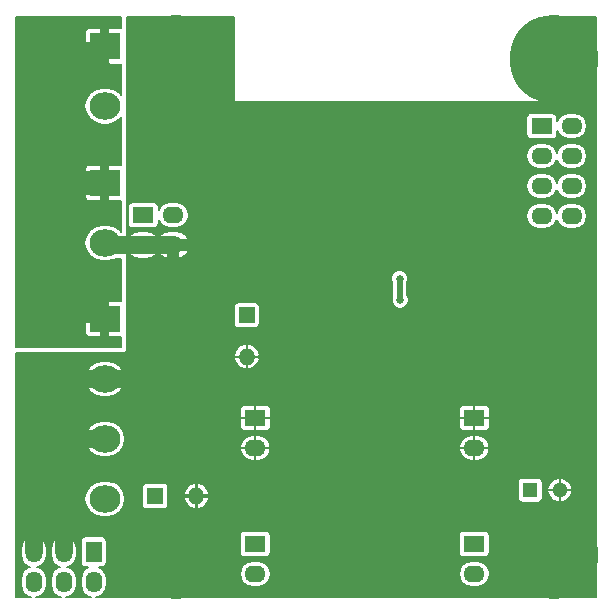
<source format=gbl>
G04 #@! TF.FileFunction,Copper,L2,Bot,Signal*
%FSLAX46Y46*%
G04 Gerber Fmt 4.6, Leading zero omitted, Abs format (unit mm)*
G04 Created by KiCad (PCBNEW 4.0.0-rc1-stable) date 2016-02-04 20:32:03*
%MOMM*%
G01*
G04 APERTURE LIST*
%ADD10C,0.100000*%
%ADD11R,1.800000X1.400000*%
%ADD12O,1.800000X1.400000*%
%ADD13R,1.400000X1.800000*%
%ADD14O,1.400000X1.800000*%
%ADD15C,7.500000*%
%ADD16C,0.650000*%
%ADD17R,1.400000X1.400000*%
%ADD18O,1.400000X1.400000*%
%ADD19R,1.300000X1.300000*%
%ADD20O,1.300000X1.300000*%
%ADD21R,2.600000X2.300000*%
%ADD22O,2.600000X2.300000*%
%ADD23C,1.000000*%
%ADD24C,1.500000*%
%ADD25C,0.200000*%
%ADD26C,0.500000*%
%ADD27C,2.000000*%
G04 APERTURE END LIST*
D10*
D11*
X70729000Y-95064000D03*
D12*
X70729000Y-97604000D03*
D11*
X70729000Y-84396000D03*
D12*
X70729000Y-86936000D03*
D11*
X89271000Y-95064000D03*
D12*
X89271000Y-97604000D03*
D11*
X89271000Y-84396000D03*
D12*
X89271000Y-86936000D03*
D13*
X57040000Y-95730000D03*
D14*
X57040000Y-98270000D03*
X54500000Y-95730000D03*
X54500000Y-98270000D03*
X51960000Y-95730000D03*
X51960000Y-98270000D03*
D15*
X64000000Y-96000000D03*
D16*
X66675000Y-96000000D03*
X65892000Y-94108000D03*
X64000000Y-93325000D03*
X62108000Y-94108000D03*
X61325000Y-96000000D03*
X62108000Y-97892000D03*
X64000000Y-98675000D03*
X65892000Y-97892000D03*
D15*
X64000000Y-54000000D03*
D16*
X66675000Y-54000000D03*
X65892000Y-52108000D03*
X64000000Y-51325000D03*
X62108000Y-52108000D03*
X61325000Y-54000000D03*
X62108000Y-55892000D03*
X64000000Y-56675000D03*
X65892000Y-55892000D03*
D15*
X96000000Y-96000000D03*
D16*
X98675000Y-96000000D03*
X97892000Y-94108000D03*
X96000000Y-93325000D03*
X94108000Y-94108000D03*
X93325000Y-96000000D03*
X94108000Y-97892000D03*
X96000000Y-98675000D03*
X97892000Y-97892000D03*
D15*
X96000000Y-54000000D03*
D16*
X98675000Y-54000000D03*
X97892000Y-52108000D03*
X96000000Y-51325000D03*
X94108000Y-52108000D03*
X93325000Y-54000000D03*
X94108000Y-55892000D03*
X96000000Y-56675000D03*
X97892000Y-55892000D03*
D17*
X62250000Y-91000000D03*
D18*
X65750000Y-91000000D03*
D17*
X70000000Y-75700000D03*
D18*
X70000000Y-79200000D03*
D19*
X94000000Y-90500000D03*
D20*
X96500000Y-90500000D03*
D11*
X61230000Y-67230000D03*
D12*
X63770000Y-67230000D03*
X61230000Y-69770000D03*
X63770000Y-69770000D03*
D11*
X94980000Y-59690000D03*
D12*
X97520000Y-59690000D03*
X94980000Y-62230000D03*
X97520000Y-62230000D03*
X94980000Y-64770000D03*
X97520000Y-64770000D03*
X94980000Y-67310000D03*
X97520000Y-67310000D03*
D21*
X58000000Y-64500000D03*
D22*
X58000000Y-69580000D03*
D21*
X58000000Y-76000000D03*
D22*
X58000000Y-81080000D03*
X58000000Y-86160000D03*
X58000000Y-91240000D03*
D21*
X58000000Y-52920000D03*
D22*
X58000000Y-58000000D03*
D16*
X95900000Y-71200000D03*
X73150000Y-71800000D03*
X70400000Y-71800000D03*
X70400000Y-70200000D03*
X81100000Y-93000000D03*
X92250000Y-70200000D03*
X83000000Y-74400000D03*
X82950000Y-72600000D03*
D23*
X63770000Y-69770000D02*
X65770000Y-69770000D01*
X63770000Y-69770000D02*
X63770000Y-71470000D01*
X63770000Y-71470000D02*
X63800000Y-71500000D01*
D24*
X61230000Y-81020000D02*
X61170000Y-81080000D01*
X61170000Y-81080000D02*
X58000000Y-81080000D01*
X54500000Y-85946592D02*
X54500000Y-87899301D01*
X54500000Y-87899301D02*
X54500000Y-95730000D01*
X51960000Y-95730000D02*
X51960000Y-93330000D01*
X51960000Y-93330000D02*
X54500000Y-90790000D01*
X54500000Y-90790000D02*
X54500000Y-87899301D01*
X58000000Y-81080000D02*
X54620000Y-81080000D01*
X54620000Y-81080000D02*
X54500000Y-81200000D01*
X54500000Y-81200000D02*
X54500000Y-85946592D01*
X58000000Y-86160000D02*
X54713408Y-86160000D01*
X54713408Y-86160000D02*
X54500000Y-85946592D01*
X61230000Y-69770000D02*
X58190000Y-69770000D01*
X58190000Y-69770000D02*
X58000000Y-69580000D01*
X63770000Y-69770000D02*
X61230000Y-69770000D01*
D25*
X61730000Y-51730000D02*
X64000000Y-54000000D01*
X64000000Y-54000000D02*
X61300000Y-54000000D01*
D26*
X64000000Y-54000000D02*
X62108000Y-55892000D01*
X64000000Y-54000000D02*
X64000000Y-56675000D01*
X64000000Y-54000000D02*
X62108000Y-52108000D01*
X64000000Y-54000000D02*
X64000000Y-51325000D01*
X64000000Y-54000000D02*
X65892000Y-52108000D01*
X64000000Y-54000000D02*
X66675000Y-54000000D01*
D27*
X54700000Y-72850000D02*
X54700000Y-64160521D01*
X54700000Y-64160521D02*
X54700000Y-56070000D01*
X58000000Y-64500000D02*
X55039479Y-64500000D01*
X55039479Y-64500000D02*
X54700000Y-64160521D01*
X58000000Y-76000000D02*
X57850000Y-76000000D01*
X57850000Y-76000000D02*
X54700000Y-72850000D01*
X54700000Y-56070000D02*
X57850000Y-52920000D01*
X57850000Y-52920000D02*
X58000000Y-52920000D01*
D26*
X82950000Y-74350000D02*
X83000000Y-74400000D01*
X82950000Y-72600000D02*
X82950000Y-74350000D01*
D25*
G36*
X59400000Y-51378464D02*
X59379565Y-51370000D01*
X58400000Y-51370000D01*
X58300000Y-51470000D01*
X58300000Y-52620000D01*
X58320000Y-52620000D01*
X58320000Y-53220000D01*
X58300000Y-53220000D01*
X58300000Y-54370000D01*
X58400000Y-54470000D01*
X59379565Y-54470000D01*
X59400000Y-54461536D01*
X59400000Y-57084594D01*
X59279321Y-56903984D01*
X58776464Y-56567987D01*
X58183305Y-56450000D01*
X57816695Y-56450000D01*
X57223536Y-56567987D01*
X56720679Y-56903984D01*
X56384682Y-57406841D01*
X56266695Y-58000000D01*
X56384682Y-58593159D01*
X56720679Y-59096016D01*
X57223536Y-59432013D01*
X57816695Y-59550000D01*
X58183305Y-59550000D01*
X58776464Y-59432013D01*
X59279321Y-59096016D01*
X59400000Y-58915406D01*
X59400000Y-62958464D01*
X59379565Y-62950000D01*
X58400000Y-62950000D01*
X58300000Y-63050000D01*
X58300000Y-64200000D01*
X58320000Y-64200000D01*
X58320000Y-64800000D01*
X58300000Y-64800000D01*
X58300000Y-65950000D01*
X58400000Y-66050000D01*
X59379565Y-66050000D01*
X59400000Y-66041536D01*
X59400000Y-68620000D01*
X59370204Y-68620000D01*
X59279321Y-68483984D01*
X58776464Y-68147987D01*
X58183305Y-68030000D01*
X57816695Y-68030000D01*
X57223536Y-68147987D01*
X56720679Y-68483984D01*
X56384682Y-68986841D01*
X56266695Y-69580000D01*
X56384682Y-70173159D01*
X56720679Y-70676016D01*
X57223536Y-71012013D01*
X57816695Y-71130000D01*
X58183305Y-71130000D01*
X58776464Y-71012013D01*
X58914172Y-70920000D01*
X59400000Y-70920000D01*
X59400000Y-74458464D01*
X59379565Y-74450000D01*
X58400000Y-74450000D01*
X58300000Y-74550000D01*
X58300000Y-75700000D01*
X58320000Y-75700000D01*
X58320000Y-76300000D01*
X58300000Y-76300000D01*
X58300000Y-77450000D01*
X58400000Y-77550000D01*
X59379565Y-77550000D01*
X59400000Y-77541536D01*
X59400000Y-78400000D01*
X50450000Y-78400000D01*
X50450000Y-76400000D01*
X56300000Y-76400000D01*
X56300000Y-77229565D01*
X56360896Y-77376582D01*
X56473418Y-77489104D01*
X56620435Y-77550000D01*
X57600000Y-77550000D01*
X57700000Y-77450000D01*
X57700000Y-76300000D01*
X56400000Y-76300000D01*
X56300000Y-76400000D01*
X50450000Y-76400000D01*
X50450000Y-74770435D01*
X56300000Y-74770435D01*
X56300000Y-75600000D01*
X56400000Y-75700000D01*
X57700000Y-75700000D01*
X57700000Y-74550000D01*
X57600000Y-74450000D01*
X56620435Y-74450000D01*
X56473418Y-74510896D01*
X56360896Y-74623418D01*
X56300000Y-74770435D01*
X50450000Y-74770435D01*
X50450000Y-64900000D01*
X56300000Y-64900000D01*
X56300000Y-65729565D01*
X56360896Y-65876582D01*
X56473418Y-65989104D01*
X56620435Y-66050000D01*
X57600000Y-66050000D01*
X57700000Y-65950000D01*
X57700000Y-64800000D01*
X56400000Y-64800000D01*
X56300000Y-64900000D01*
X50450000Y-64900000D01*
X50450000Y-63270435D01*
X56300000Y-63270435D01*
X56300000Y-64100000D01*
X56400000Y-64200000D01*
X57700000Y-64200000D01*
X57700000Y-63050000D01*
X57600000Y-62950000D01*
X56620435Y-62950000D01*
X56473418Y-63010896D01*
X56360896Y-63123418D01*
X56300000Y-63270435D01*
X50450000Y-63270435D01*
X50450000Y-53320000D01*
X56300000Y-53320000D01*
X56300000Y-54149565D01*
X56360896Y-54296582D01*
X56473418Y-54409104D01*
X56620435Y-54470000D01*
X57600000Y-54470000D01*
X57700000Y-54370000D01*
X57700000Y-53220000D01*
X56400000Y-53220000D01*
X56300000Y-53320000D01*
X50450000Y-53320000D01*
X50450000Y-51690435D01*
X56300000Y-51690435D01*
X56300000Y-52520000D01*
X56400000Y-52620000D01*
X57700000Y-52620000D01*
X57700000Y-51470000D01*
X57600000Y-51370000D01*
X56620435Y-51370000D01*
X56473418Y-51430896D01*
X56360896Y-51543418D01*
X56300000Y-51690435D01*
X50450000Y-51690435D01*
X50450000Y-50450000D01*
X59400000Y-50450000D01*
X59400000Y-51378464D01*
X59400000Y-51378464D01*
G37*
X59400000Y-51378464D02*
X59379565Y-51370000D01*
X58400000Y-51370000D01*
X58300000Y-51470000D01*
X58300000Y-52620000D01*
X58320000Y-52620000D01*
X58320000Y-53220000D01*
X58300000Y-53220000D01*
X58300000Y-54370000D01*
X58400000Y-54470000D01*
X59379565Y-54470000D01*
X59400000Y-54461536D01*
X59400000Y-57084594D01*
X59279321Y-56903984D01*
X58776464Y-56567987D01*
X58183305Y-56450000D01*
X57816695Y-56450000D01*
X57223536Y-56567987D01*
X56720679Y-56903984D01*
X56384682Y-57406841D01*
X56266695Y-58000000D01*
X56384682Y-58593159D01*
X56720679Y-59096016D01*
X57223536Y-59432013D01*
X57816695Y-59550000D01*
X58183305Y-59550000D01*
X58776464Y-59432013D01*
X59279321Y-59096016D01*
X59400000Y-58915406D01*
X59400000Y-62958464D01*
X59379565Y-62950000D01*
X58400000Y-62950000D01*
X58300000Y-63050000D01*
X58300000Y-64200000D01*
X58320000Y-64200000D01*
X58320000Y-64800000D01*
X58300000Y-64800000D01*
X58300000Y-65950000D01*
X58400000Y-66050000D01*
X59379565Y-66050000D01*
X59400000Y-66041536D01*
X59400000Y-68620000D01*
X59370204Y-68620000D01*
X59279321Y-68483984D01*
X58776464Y-68147987D01*
X58183305Y-68030000D01*
X57816695Y-68030000D01*
X57223536Y-68147987D01*
X56720679Y-68483984D01*
X56384682Y-68986841D01*
X56266695Y-69580000D01*
X56384682Y-70173159D01*
X56720679Y-70676016D01*
X57223536Y-71012013D01*
X57816695Y-71130000D01*
X58183305Y-71130000D01*
X58776464Y-71012013D01*
X58914172Y-70920000D01*
X59400000Y-70920000D01*
X59400000Y-74458464D01*
X59379565Y-74450000D01*
X58400000Y-74450000D01*
X58300000Y-74550000D01*
X58300000Y-75700000D01*
X58320000Y-75700000D01*
X58320000Y-76300000D01*
X58300000Y-76300000D01*
X58300000Y-77450000D01*
X58400000Y-77550000D01*
X59379565Y-77550000D01*
X59400000Y-77541536D01*
X59400000Y-78400000D01*
X50450000Y-78400000D01*
X50450000Y-76400000D01*
X56300000Y-76400000D01*
X56300000Y-77229565D01*
X56360896Y-77376582D01*
X56473418Y-77489104D01*
X56620435Y-77550000D01*
X57600000Y-77550000D01*
X57700000Y-77450000D01*
X57700000Y-76300000D01*
X56400000Y-76300000D01*
X56300000Y-76400000D01*
X50450000Y-76400000D01*
X50450000Y-74770435D01*
X56300000Y-74770435D01*
X56300000Y-75600000D01*
X56400000Y-75700000D01*
X57700000Y-75700000D01*
X57700000Y-74550000D01*
X57600000Y-74450000D01*
X56620435Y-74450000D01*
X56473418Y-74510896D01*
X56360896Y-74623418D01*
X56300000Y-74770435D01*
X50450000Y-74770435D01*
X50450000Y-64900000D01*
X56300000Y-64900000D01*
X56300000Y-65729565D01*
X56360896Y-65876582D01*
X56473418Y-65989104D01*
X56620435Y-66050000D01*
X57600000Y-66050000D01*
X57700000Y-65950000D01*
X57700000Y-64800000D01*
X56400000Y-64800000D01*
X56300000Y-64900000D01*
X50450000Y-64900000D01*
X50450000Y-63270435D01*
X56300000Y-63270435D01*
X56300000Y-64100000D01*
X56400000Y-64200000D01*
X57700000Y-64200000D01*
X57700000Y-63050000D01*
X57600000Y-62950000D01*
X56620435Y-62950000D01*
X56473418Y-63010896D01*
X56360896Y-63123418D01*
X56300000Y-63270435D01*
X50450000Y-63270435D01*
X50450000Y-53320000D01*
X56300000Y-53320000D01*
X56300000Y-54149565D01*
X56360896Y-54296582D01*
X56473418Y-54409104D01*
X56620435Y-54470000D01*
X57600000Y-54470000D01*
X57700000Y-54370000D01*
X57700000Y-53220000D01*
X56400000Y-53220000D01*
X56300000Y-53320000D01*
X50450000Y-53320000D01*
X50450000Y-51690435D01*
X56300000Y-51690435D01*
X56300000Y-52520000D01*
X56400000Y-52620000D01*
X57700000Y-52620000D01*
X57700000Y-51470000D01*
X57600000Y-51370000D01*
X56620435Y-51370000D01*
X56473418Y-51430896D01*
X56360896Y-51543418D01*
X56300000Y-51690435D01*
X50450000Y-51690435D01*
X50450000Y-50450000D01*
X59400000Y-50450000D01*
X59400000Y-51378464D01*
G36*
X68900000Y-57500000D02*
X68907879Y-57538906D01*
X68930273Y-57571681D01*
X68963654Y-57593161D01*
X69000000Y-57600000D01*
X96000000Y-57600000D01*
X96038906Y-57592121D01*
X96071681Y-57569727D01*
X96093161Y-57536346D01*
X96100000Y-57500000D01*
X96100000Y-57403635D01*
X96120572Y-57404304D01*
X96390487Y-57302648D01*
X96430438Y-57275954D01*
X96448436Y-57130507D01*
X96100000Y-56782071D01*
X96100000Y-56767929D01*
X96455507Y-57123436D01*
X96600954Y-57105438D01*
X96719930Y-56842698D01*
X96729304Y-56554428D01*
X96651373Y-56347507D01*
X97443564Y-56347507D01*
X97461562Y-56492954D01*
X97724302Y-56611930D01*
X98012572Y-56621304D01*
X98282487Y-56519648D01*
X98322438Y-56492954D01*
X98340436Y-56347507D01*
X97892000Y-55899071D01*
X97443564Y-56347507D01*
X96651373Y-56347507D01*
X96627648Y-56284513D01*
X96600954Y-56244562D01*
X96455507Y-56226564D01*
X96100000Y-56582071D01*
X96100000Y-56567929D01*
X96448436Y-56219493D01*
X96430438Y-56074046D01*
X96294683Y-56012572D01*
X97162696Y-56012572D01*
X97264352Y-56282487D01*
X97291046Y-56322438D01*
X97436493Y-56340436D01*
X97884929Y-55892000D01*
X97899071Y-55892000D01*
X98347507Y-56340436D01*
X98492954Y-56322438D01*
X98611930Y-56059698D01*
X98621304Y-55771428D01*
X98519648Y-55501513D01*
X98492954Y-55461562D01*
X98347507Y-55443564D01*
X97899071Y-55892000D01*
X97884929Y-55892000D01*
X97436493Y-55443564D01*
X97291046Y-55461562D01*
X97172070Y-55724302D01*
X97162696Y-56012572D01*
X96294683Y-56012572D01*
X96167698Y-55955070D01*
X96100000Y-55952869D01*
X96100000Y-55436493D01*
X97443564Y-55436493D01*
X97892000Y-55884929D01*
X98340436Y-55436493D01*
X98322438Y-55291046D01*
X98059698Y-55172070D01*
X97771428Y-55162696D01*
X97501513Y-55264352D01*
X97461562Y-55291046D01*
X97443564Y-55436493D01*
X96100000Y-55436493D01*
X96100000Y-54455507D01*
X98226564Y-54455507D01*
X98244562Y-54600954D01*
X98507302Y-54719930D01*
X98795572Y-54729304D01*
X99065487Y-54627648D01*
X99105438Y-54600954D01*
X99123436Y-54455507D01*
X98675000Y-54007071D01*
X98226564Y-54455507D01*
X96100000Y-54455507D01*
X96100000Y-54120572D01*
X97945696Y-54120572D01*
X98047352Y-54390487D01*
X98074046Y-54430438D01*
X98219493Y-54448436D01*
X98667929Y-54000000D01*
X98682071Y-54000000D01*
X99130507Y-54448436D01*
X99275954Y-54430438D01*
X99394930Y-54167698D01*
X99404304Y-53879428D01*
X99302648Y-53609513D01*
X99275954Y-53569562D01*
X99130507Y-53551564D01*
X98682071Y-54000000D01*
X98667929Y-54000000D01*
X98219493Y-53551564D01*
X98074046Y-53569562D01*
X97955070Y-53832302D01*
X97945696Y-54120572D01*
X96100000Y-54120572D01*
X96100000Y-53544493D01*
X98226564Y-53544493D01*
X98675000Y-53992929D01*
X99123436Y-53544493D01*
X99105438Y-53399046D01*
X98842698Y-53280070D01*
X98554428Y-53270696D01*
X98284513Y-53372352D01*
X98244562Y-53399046D01*
X98226564Y-53544493D01*
X96100000Y-53544493D01*
X96100000Y-52563507D01*
X97443564Y-52563507D01*
X97461562Y-52708954D01*
X97724302Y-52827930D01*
X98012572Y-52837304D01*
X98282487Y-52735648D01*
X98322438Y-52708954D01*
X98340436Y-52563507D01*
X97892000Y-52115071D01*
X97443564Y-52563507D01*
X96100000Y-52563507D01*
X96100000Y-52228572D01*
X97162696Y-52228572D01*
X97264352Y-52498487D01*
X97291046Y-52538438D01*
X97436493Y-52556436D01*
X97884929Y-52108000D01*
X97899071Y-52108000D01*
X98347507Y-52556436D01*
X98492954Y-52538438D01*
X98611930Y-52275698D01*
X98621304Y-51987428D01*
X98519648Y-51717513D01*
X98492954Y-51677562D01*
X98347507Y-51659564D01*
X97899071Y-52108000D01*
X97884929Y-52108000D01*
X97436493Y-51659564D01*
X97291046Y-51677562D01*
X97172070Y-51940302D01*
X97162696Y-52228572D01*
X96100000Y-52228572D01*
X96100000Y-52053635D01*
X96120572Y-52054304D01*
X96390487Y-51952648D01*
X96430438Y-51925954D01*
X96448436Y-51780507D01*
X96100000Y-51432071D01*
X96100000Y-51417929D01*
X96455507Y-51773436D01*
X96600954Y-51755438D01*
X96647570Y-51652493D01*
X97443564Y-51652493D01*
X97892000Y-52100929D01*
X98340436Y-51652493D01*
X98322438Y-51507046D01*
X98059698Y-51388070D01*
X97771428Y-51378696D01*
X97501513Y-51480352D01*
X97461562Y-51507046D01*
X97443564Y-51652493D01*
X96647570Y-51652493D01*
X96719930Y-51492698D01*
X96729304Y-51204428D01*
X96627648Y-50934513D01*
X96600954Y-50894562D01*
X96455507Y-50876564D01*
X96100000Y-51232071D01*
X96100000Y-51217929D01*
X96448436Y-50869493D01*
X96430438Y-50724046D01*
X96167698Y-50605070D01*
X96100000Y-50602869D01*
X96100000Y-50450000D01*
X99550000Y-50450000D01*
X99550000Y-99550000D01*
X57268587Y-99550000D01*
X57460952Y-99511736D01*
X57817817Y-99273286D01*
X57913219Y-99130507D01*
X63551564Y-99130507D01*
X63569562Y-99275954D01*
X63832302Y-99394930D01*
X64120572Y-99404304D01*
X64390487Y-99302648D01*
X64430438Y-99275954D01*
X64448436Y-99130507D01*
X95551564Y-99130507D01*
X95569562Y-99275954D01*
X95832302Y-99394930D01*
X96120572Y-99404304D01*
X96390487Y-99302648D01*
X96430438Y-99275954D01*
X96448436Y-99130507D01*
X96000000Y-98682071D01*
X95551564Y-99130507D01*
X64448436Y-99130507D01*
X64000000Y-98682071D01*
X63551564Y-99130507D01*
X57913219Y-99130507D01*
X58056267Y-98916421D01*
X58080305Y-98795572D01*
X63270696Y-98795572D01*
X63372352Y-99065487D01*
X63399046Y-99105438D01*
X63544493Y-99123436D01*
X63992929Y-98675000D01*
X64007071Y-98675000D01*
X64455507Y-99123436D01*
X64600954Y-99105438D01*
X64719930Y-98842698D01*
X64721462Y-98795572D01*
X95270696Y-98795572D01*
X95372352Y-99065487D01*
X95399046Y-99105438D01*
X95544493Y-99123436D01*
X95992929Y-98675000D01*
X96007071Y-98675000D01*
X96455507Y-99123436D01*
X96600954Y-99105438D01*
X96719930Y-98842698D01*
X96729304Y-98554428D01*
X96651373Y-98347507D01*
X97443564Y-98347507D01*
X97461562Y-98492954D01*
X97724302Y-98611930D01*
X98012572Y-98621304D01*
X98282487Y-98519648D01*
X98322438Y-98492954D01*
X98340436Y-98347507D01*
X97892000Y-97899071D01*
X97443564Y-98347507D01*
X96651373Y-98347507D01*
X96627648Y-98284513D01*
X96600954Y-98244562D01*
X96455507Y-98226564D01*
X96007071Y-98675000D01*
X95992929Y-98675000D01*
X95544493Y-98226564D01*
X95399046Y-98244562D01*
X95280070Y-98507302D01*
X95270696Y-98795572D01*
X64721462Y-98795572D01*
X64729304Y-98554428D01*
X64651373Y-98347507D01*
X65443564Y-98347507D01*
X65461562Y-98492954D01*
X65724302Y-98611930D01*
X66012572Y-98621304D01*
X66282487Y-98519648D01*
X66322438Y-98492954D01*
X66340436Y-98347507D01*
X65892000Y-97899071D01*
X65443564Y-98347507D01*
X64651373Y-98347507D01*
X64627648Y-98284513D01*
X64600954Y-98244562D01*
X64455507Y-98226564D01*
X64007071Y-98675000D01*
X63992929Y-98675000D01*
X63544493Y-98226564D01*
X63399046Y-98244562D01*
X63280070Y-98507302D01*
X63270696Y-98795572D01*
X58080305Y-98795572D01*
X58140000Y-98495469D01*
X58140000Y-98347507D01*
X61659564Y-98347507D01*
X61677562Y-98492954D01*
X61940302Y-98611930D01*
X62228572Y-98621304D01*
X62498487Y-98519648D01*
X62538438Y-98492954D01*
X62556436Y-98347507D01*
X62108000Y-97899071D01*
X61659564Y-98347507D01*
X58140000Y-98347507D01*
X58140000Y-98044531D01*
X58133643Y-98012572D01*
X61378696Y-98012572D01*
X61480352Y-98282487D01*
X61507046Y-98322438D01*
X61652493Y-98340436D01*
X62100929Y-97892000D01*
X62115071Y-97892000D01*
X62563507Y-98340436D01*
X62708954Y-98322438D01*
X62755570Y-98219493D01*
X63551564Y-98219493D01*
X64000000Y-98667929D01*
X64448436Y-98219493D01*
X64430438Y-98074046D01*
X64294683Y-98012572D01*
X65162696Y-98012572D01*
X65264352Y-98282487D01*
X65291046Y-98322438D01*
X65436493Y-98340436D01*
X65884929Y-97892000D01*
X65899071Y-97892000D01*
X66347507Y-98340436D01*
X66492954Y-98322438D01*
X66611930Y-98059698D01*
X66621304Y-97771428D01*
X66558247Y-97604000D01*
X69403531Y-97604000D01*
X69487264Y-98024952D01*
X69725714Y-98381817D01*
X70082579Y-98620267D01*
X70503531Y-98704000D01*
X70954469Y-98704000D01*
X71375421Y-98620267D01*
X71732286Y-98381817D01*
X71970736Y-98024952D01*
X72054469Y-97604000D01*
X87945531Y-97604000D01*
X88029264Y-98024952D01*
X88267714Y-98381817D01*
X88624579Y-98620267D01*
X89045531Y-98704000D01*
X89496469Y-98704000D01*
X89917421Y-98620267D01*
X90274286Y-98381817D01*
X90297211Y-98347507D01*
X93659564Y-98347507D01*
X93677562Y-98492954D01*
X93940302Y-98611930D01*
X94228572Y-98621304D01*
X94498487Y-98519648D01*
X94538438Y-98492954D01*
X94556436Y-98347507D01*
X94108000Y-97899071D01*
X93659564Y-98347507D01*
X90297211Y-98347507D01*
X90512736Y-98024952D01*
X90515198Y-98012572D01*
X93378696Y-98012572D01*
X93480352Y-98282487D01*
X93507046Y-98322438D01*
X93652493Y-98340436D01*
X94100929Y-97892000D01*
X94115071Y-97892000D01*
X94563507Y-98340436D01*
X94708954Y-98322438D01*
X94755570Y-98219493D01*
X95551564Y-98219493D01*
X96000000Y-98667929D01*
X96448436Y-98219493D01*
X96430438Y-98074046D01*
X96294683Y-98012572D01*
X97162696Y-98012572D01*
X97264352Y-98282487D01*
X97291046Y-98322438D01*
X97436493Y-98340436D01*
X97884929Y-97892000D01*
X97899071Y-97892000D01*
X98347507Y-98340436D01*
X98492954Y-98322438D01*
X98611930Y-98059698D01*
X98621304Y-97771428D01*
X98519648Y-97501513D01*
X98492954Y-97461562D01*
X98347507Y-97443564D01*
X97899071Y-97892000D01*
X97884929Y-97892000D01*
X97436493Y-97443564D01*
X97291046Y-97461562D01*
X97172070Y-97724302D01*
X97162696Y-98012572D01*
X96294683Y-98012572D01*
X96167698Y-97955070D01*
X95879428Y-97945696D01*
X95609513Y-98047352D01*
X95569562Y-98074046D01*
X95551564Y-98219493D01*
X94755570Y-98219493D01*
X94827930Y-98059698D01*
X94837304Y-97771428D01*
X94735648Y-97501513D01*
X94708954Y-97461562D01*
X94563507Y-97443564D01*
X94115071Y-97892000D01*
X94100929Y-97892000D01*
X93652493Y-97443564D01*
X93507046Y-97461562D01*
X93388070Y-97724302D01*
X93378696Y-98012572D01*
X90515198Y-98012572D01*
X90596469Y-97604000D01*
X90563150Y-97436493D01*
X93659564Y-97436493D01*
X94108000Y-97884929D01*
X94556436Y-97436493D01*
X97443564Y-97436493D01*
X97892000Y-97884929D01*
X98340436Y-97436493D01*
X98322438Y-97291046D01*
X98059698Y-97172070D01*
X97771428Y-97162696D01*
X97501513Y-97264352D01*
X97461562Y-97291046D01*
X97443564Y-97436493D01*
X94556436Y-97436493D01*
X94538438Y-97291046D01*
X94275698Y-97172070D01*
X93987428Y-97162696D01*
X93717513Y-97264352D01*
X93677562Y-97291046D01*
X93659564Y-97436493D01*
X90563150Y-97436493D01*
X90512736Y-97183048D01*
X90274286Y-96826183D01*
X89917421Y-96587733D01*
X89496469Y-96504000D01*
X89045531Y-96504000D01*
X88624579Y-96587733D01*
X88267714Y-96826183D01*
X88029264Y-97183048D01*
X87945531Y-97604000D01*
X72054469Y-97604000D01*
X71970736Y-97183048D01*
X71732286Y-96826183D01*
X71375421Y-96587733D01*
X70954469Y-96504000D01*
X70503531Y-96504000D01*
X70082579Y-96587733D01*
X69725714Y-96826183D01*
X69487264Y-97183048D01*
X69403531Y-97604000D01*
X66558247Y-97604000D01*
X66519648Y-97501513D01*
X66492954Y-97461562D01*
X66347507Y-97443564D01*
X65899071Y-97892000D01*
X65884929Y-97892000D01*
X65436493Y-97443564D01*
X65291046Y-97461562D01*
X65172070Y-97724302D01*
X65162696Y-98012572D01*
X64294683Y-98012572D01*
X64167698Y-97955070D01*
X63879428Y-97945696D01*
X63609513Y-98047352D01*
X63569562Y-98074046D01*
X63551564Y-98219493D01*
X62755570Y-98219493D01*
X62827930Y-98059698D01*
X62837304Y-97771428D01*
X62735648Y-97501513D01*
X62708954Y-97461562D01*
X62563507Y-97443564D01*
X62115071Y-97892000D01*
X62100929Y-97892000D01*
X61652493Y-97443564D01*
X61507046Y-97461562D01*
X61388070Y-97724302D01*
X61378696Y-98012572D01*
X58133643Y-98012572D01*
X58056267Y-97623579D01*
X57931260Y-97436493D01*
X61659564Y-97436493D01*
X62108000Y-97884929D01*
X62556436Y-97436493D01*
X65443564Y-97436493D01*
X65892000Y-97884929D01*
X66340436Y-97436493D01*
X66322438Y-97291046D01*
X66059698Y-97172070D01*
X65771428Y-97162696D01*
X65501513Y-97264352D01*
X65461562Y-97291046D01*
X65443564Y-97436493D01*
X62556436Y-97436493D01*
X62538438Y-97291046D01*
X62275698Y-97172070D01*
X61987428Y-97162696D01*
X61717513Y-97264352D01*
X61677562Y-97291046D01*
X61659564Y-97436493D01*
X57931260Y-97436493D01*
X57817817Y-97266714D01*
X57475277Y-97037836D01*
X57740000Y-97037836D01*
X57888231Y-97009944D01*
X58024372Y-96922340D01*
X58115704Y-96788671D01*
X58147836Y-96630000D01*
X58147836Y-96455507D01*
X60876564Y-96455507D01*
X60894562Y-96600954D01*
X61157302Y-96719930D01*
X61445572Y-96729304D01*
X61715487Y-96627648D01*
X61755438Y-96600954D01*
X61773436Y-96455507D01*
X66226564Y-96455507D01*
X66244562Y-96600954D01*
X66507302Y-96719930D01*
X66795572Y-96729304D01*
X67065487Y-96627648D01*
X67105438Y-96600954D01*
X67123436Y-96455507D01*
X92876564Y-96455507D01*
X92894562Y-96600954D01*
X93157302Y-96719930D01*
X93445572Y-96729304D01*
X93715487Y-96627648D01*
X93755438Y-96600954D01*
X93773436Y-96455507D01*
X98226564Y-96455507D01*
X98244562Y-96600954D01*
X98507302Y-96719930D01*
X98795572Y-96729304D01*
X99065487Y-96627648D01*
X99105438Y-96600954D01*
X99123436Y-96455507D01*
X98675000Y-96007071D01*
X98226564Y-96455507D01*
X93773436Y-96455507D01*
X93325000Y-96007071D01*
X92876564Y-96455507D01*
X67123436Y-96455507D01*
X66675000Y-96007071D01*
X66226564Y-96455507D01*
X61773436Y-96455507D01*
X61325000Y-96007071D01*
X60876564Y-96455507D01*
X58147836Y-96455507D01*
X58147836Y-96120572D01*
X60595696Y-96120572D01*
X60697352Y-96390487D01*
X60724046Y-96430438D01*
X60869493Y-96448436D01*
X61317929Y-96000000D01*
X61332071Y-96000000D01*
X61780507Y-96448436D01*
X61925954Y-96430438D01*
X62044930Y-96167698D01*
X62046462Y-96120572D01*
X65945696Y-96120572D01*
X66047352Y-96390487D01*
X66074046Y-96430438D01*
X66219493Y-96448436D01*
X66667929Y-96000000D01*
X66682071Y-96000000D01*
X67130507Y-96448436D01*
X67275954Y-96430438D01*
X67394930Y-96167698D01*
X67404304Y-95879428D01*
X67302648Y-95609513D01*
X67275954Y-95569562D01*
X67130507Y-95551564D01*
X66682071Y-96000000D01*
X66667929Y-96000000D01*
X66219493Y-95551564D01*
X66074046Y-95569562D01*
X65955070Y-95832302D01*
X65945696Y-96120572D01*
X62046462Y-96120572D01*
X62054304Y-95879428D01*
X61952648Y-95609513D01*
X61925954Y-95569562D01*
X61780507Y-95551564D01*
X61332071Y-96000000D01*
X61317929Y-96000000D01*
X60869493Y-95551564D01*
X60724046Y-95569562D01*
X60605070Y-95832302D01*
X60595696Y-96120572D01*
X58147836Y-96120572D01*
X58147836Y-95544493D01*
X60876564Y-95544493D01*
X61325000Y-95992929D01*
X61773436Y-95544493D01*
X66226564Y-95544493D01*
X66675000Y-95992929D01*
X67123436Y-95544493D01*
X67105438Y-95399046D01*
X66842698Y-95280070D01*
X66554428Y-95270696D01*
X66284513Y-95372352D01*
X66244562Y-95399046D01*
X66226564Y-95544493D01*
X61773436Y-95544493D01*
X61755438Y-95399046D01*
X61492698Y-95280070D01*
X61204428Y-95270696D01*
X60934513Y-95372352D01*
X60894562Y-95399046D01*
X60876564Y-95544493D01*
X58147836Y-95544493D01*
X58147836Y-94830000D01*
X58119944Y-94681769D01*
X58043845Y-94563507D01*
X61659564Y-94563507D01*
X61677562Y-94708954D01*
X61940302Y-94827930D01*
X62228572Y-94837304D01*
X62498487Y-94735648D01*
X62538438Y-94708954D01*
X62556436Y-94563507D01*
X65443564Y-94563507D01*
X65461562Y-94708954D01*
X65724302Y-94827930D01*
X66012572Y-94837304D01*
X66282487Y-94735648D01*
X66322438Y-94708954D01*
X66340436Y-94563507D01*
X65892000Y-94115071D01*
X65443564Y-94563507D01*
X62556436Y-94563507D01*
X62108000Y-94115071D01*
X61659564Y-94563507D01*
X58043845Y-94563507D01*
X58032340Y-94545628D01*
X57898671Y-94454296D01*
X57740000Y-94422164D01*
X56340000Y-94422164D01*
X56191769Y-94450056D01*
X56055628Y-94537660D01*
X55964296Y-94671329D01*
X55932164Y-94830000D01*
X55932164Y-96630000D01*
X55960056Y-96778231D01*
X56047660Y-96914372D01*
X56181329Y-97005704D01*
X56340000Y-97037836D01*
X56604723Y-97037836D01*
X56262183Y-97266714D01*
X56023733Y-97623579D01*
X55940000Y-98044531D01*
X55940000Y-98495469D01*
X56023733Y-98916421D01*
X56262183Y-99273286D01*
X56619048Y-99511736D01*
X56811413Y-99550000D01*
X54728587Y-99550000D01*
X54920952Y-99511736D01*
X55277817Y-99273286D01*
X55516267Y-98916421D01*
X55600000Y-98495469D01*
X55600000Y-98044531D01*
X55516267Y-97623579D01*
X55277817Y-97266714D01*
X54920952Y-97028264D01*
X54778860Y-97000000D01*
X54920952Y-96971736D01*
X55277817Y-96733286D01*
X55516267Y-96376421D01*
X55600000Y-95955469D01*
X55600000Y-95504531D01*
X55516267Y-95083579D01*
X55277817Y-94726714D01*
X54920952Y-94488264D01*
X54500000Y-94404531D01*
X54079048Y-94488264D01*
X53722183Y-94726714D01*
X53483733Y-95083579D01*
X53400000Y-95504531D01*
X53400000Y-95955469D01*
X53483733Y-96376421D01*
X53722183Y-96733286D01*
X54079048Y-96971736D01*
X54221140Y-97000000D01*
X54079048Y-97028264D01*
X53722183Y-97266714D01*
X53483733Y-97623579D01*
X53400000Y-98044531D01*
X53400000Y-98495469D01*
X53483733Y-98916421D01*
X53722183Y-99273286D01*
X54079048Y-99511736D01*
X54271413Y-99550000D01*
X52188587Y-99550000D01*
X52380952Y-99511736D01*
X52737817Y-99273286D01*
X52976267Y-98916421D01*
X53060000Y-98495469D01*
X53060000Y-98044531D01*
X52976267Y-97623579D01*
X52737817Y-97266714D01*
X52380952Y-97028264D01*
X52238860Y-97000000D01*
X52380952Y-96971736D01*
X52737817Y-96733286D01*
X52976267Y-96376421D01*
X53060000Y-95955469D01*
X53060000Y-95504531D01*
X52976267Y-95083579D01*
X52737817Y-94726714D01*
X52380952Y-94488264D01*
X51960000Y-94404531D01*
X51539048Y-94488264D01*
X51182183Y-94726714D01*
X50943733Y-95083579D01*
X50860000Y-95504531D01*
X50860000Y-95955469D01*
X50943733Y-96376421D01*
X51182183Y-96733286D01*
X51539048Y-96971736D01*
X51681140Y-97000000D01*
X51539048Y-97028264D01*
X51182183Y-97266714D01*
X50943733Y-97623579D01*
X50860000Y-98044531D01*
X50860000Y-98495469D01*
X50943733Y-98916421D01*
X51182183Y-99273286D01*
X51539048Y-99511736D01*
X51731413Y-99550000D01*
X50450000Y-99550000D01*
X50450000Y-94228572D01*
X61378696Y-94228572D01*
X61480352Y-94498487D01*
X61507046Y-94538438D01*
X61652493Y-94556436D01*
X62100929Y-94108000D01*
X62115071Y-94108000D01*
X62563507Y-94556436D01*
X62708954Y-94538438D01*
X62827930Y-94275698D01*
X62829462Y-94228572D01*
X65162696Y-94228572D01*
X65264352Y-94498487D01*
X65291046Y-94538438D01*
X65436493Y-94556436D01*
X65884929Y-94108000D01*
X65899071Y-94108000D01*
X66347507Y-94556436D01*
X66492954Y-94538438D01*
X66571944Y-94364000D01*
X69421164Y-94364000D01*
X69421164Y-95764000D01*
X69449056Y-95912231D01*
X69536660Y-96048372D01*
X69670329Y-96139704D01*
X69829000Y-96171836D01*
X71629000Y-96171836D01*
X71777231Y-96143944D01*
X71913372Y-96056340D01*
X72004704Y-95922671D01*
X72036836Y-95764000D01*
X72036836Y-94364000D01*
X87963164Y-94364000D01*
X87963164Y-95764000D01*
X87991056Y-95912231D01*
X88078660Y-96048372D01*
X88212329Y-96139704D01*
X88371000Y-96171836D01*
X90171000Y-96171836D01*
X90319231Y-96143944D01*
X90355552Y-96120572D01*
X92595696Y-96120572D01*
X92697352Y-96390487D01*
X92724046Y-96430438D01*
X92869493Y-96448436D01*
X93317929Y-96000000D01*
X93332071Y-96000000D01*
X93780507Y-96448436D01*
X93925954Y-96430438D01*
X94044930Y-96167698D01*
X94046462Y-96120572D01*
X97945696Y-96120572D01*
X98047352Y-96390487D01*
X98074046Y-96430438D01*
X98219493Y-96448436D01*
X98667929Y-96000000D01*
X98682071Y-96000000D01*
X99130507Y-96448436D01*
X99275954Y-96430438D01*
X99394930Y-96167698D01*
X99404304Y-95879428D01*
X99302648Y-95609513D01*
X99275954Y-95569562D01*
X99130507Y-95551564D01*
X98682071Y-96000000D01*
X98667929Y-96000000D01*
X98219493Y-95551564D01*
X98074046Y-95569562D01*
X97955070Y-95832302D01*
X97945696Y-96120572D01*
X94046462Y-96120572D01*
X94054304Y-95879428D01*
X93952648Y-95609513D01*
X93925954Y-95569562D01*
X93780507Y-95551564D01*
X93332071Y-96000000D01*
X93317929Y-96000000D01*
X92869493Y-95551564D01*
X92724046Y-95569562D01*
X92605070Y-95832302D01*
X92595696Y-96120572D01*
X90355552Y-96120572D01*
X90455372Y-96056340D01*
X90546704Y-95922671D01*
X90578836Y-95764000D01*
X90578836Y-95544493D01*
X92876564Y-95544493D01*
X93325000Y-95992929D01*
X93773436Y-95544493D01*
X98226564Y-95544493D01*
X98675000Y-95992929D01*
X99123436Y-95544493D01*
X99105438Y-95399046D01*
X98842698Y-95280070D01*
X98554428Y-95270696D01*
X98284513Y-95372352D01*
X98244562Y-95399046D01*
X98226564Y-95544493D01*
X93773436Y-95544493D01*
X93755438Y-95399046D01*
X93492698Y-95280070D01*
X93204428Y-95270696D01*
X92934513Y-95372352D01*
X92894562Y-95399046D01*
X92876564Y-95544493D01*
X90578836Y-95544493D01*
X90578836Y-94563507D01*
X93659564Y-94563507D01*
X93677562Y-94708954D01*
X93940302Y-94827930D01*
X94228572Y-94837304D01*
X94498487Y-94735648D01*
X94538438Y-94708954D01*
X94556436Y-94563507D01*
X97443564Y-94563507D01*
X97461562Y-94708954D01*
X97724302Y-94827930D01*
X98012572Y-94837304D01*
X98282487Y-94735648D01*
X98322438Y-94708954D01*
X98340436Y-94563507D01*
X97892000Y-94115071D01*
X97443564Y-94563507D01*
X94556436Y-94563507D01*
X94108000Y-94115071D01*
X93659564Y-94563507D01*
X90578836Y-94563507D01*
X90578836Y-94364000D01*
X90553354Y-94228572D01*
X93378696Y-94228572D01*
X93480352Y-94498487D01*
X93507046Y-94538438D01*
X93652493Y-94556436D01*
X94100929Y-94108000D01*
X94115071Y-94108000D01*
X94563507Y-94556436D01*
X94708954Y-94538438D01*
X94827930Y-94275698D01*
X94829462Y-94228572D01*
X97162696Y-94228572D01*
X97264352Y-94498487D01*
X97291046Y-94538438D01*
X97436493Y-94556436D01*
X97884929Y-94108000D01*
X97899071Y-94108000D01*
X98347507Y-94556436D01*
X98492954Y-94538438D01*
X98611930Y-94275698D01*
X98621304Y-93987428D01*
X98519648Y-93717513D01*
X98492954Y-93677562D01*
X98347507Y-93659564D01*
X97899071Y-94108000D01*
X97884929Y-94108000D01*
X97436493Y-93659564D01*
X97291046Y-93677562D01*
X97172070Y-93940302D01*
X97162696Y-94228572D01*
X94829462Y-94228572D01*
X94837304Y-93987428D01*
X94759373Y-93780507D01*
X95551564Y-93780507D01*
X95569562Y-93925954D01*
X95832302Y-94044930D01*
X96120572Y-94054304D01*
X96390487Y-93952648D01*
X96430438Y-93925954D01*
X96448436Y-93780507D01*
X96000000Y-93332071D01*
X95551564Y-93780507D01*
X94759373Y-93780507D01*
X94735648Y-93717513D01*
X94708954Y-93677562D01*
X94563507Y-93659564D01*
X94115071Y-94108000D01*
X94100929Y-94108000D01*
X93652493Y-93659564D01*
X93507046Y-93677562D01*
X93388070Y-93940302D01*
X93378696Y-94228572D01*
X90553354Y-94228572D01*
X90550944Y-94215769D01*
X90463340Y-94079628D01*
X90329671Y-93988296D01*
X90171000Y-93956164D01*
X88371000Y-93956164D01*
X88222769Y-93984056D01*
X88086628Y-94071660D01*
X87995296Y-94205329D01*
X87963164Y-94364000D01*
X72036836Y-94364000D01*
X72008944Y-94215769D01*
X71921340Y-94079628D01*
X71787671Y-93988296D01*
X71629000Y-93956164D01*
X69829000Y-93956164D01*
X69680769Y-93984056D01*
X69544628Y-94071660D01*
X69453296Y-94205329D01*
X69421164Y-94364000D01*
X66571944Y-94364000D01*
X66611930Y-94275698D01*
X66621304Y-93987428D01*
X66519648Y-93717513D01*
X66492954Y-93677562D01*
X66347507Y-93659564D01*
X65899071Y-94108000D01*
X65884929Y-94108000D01*
X65436493Y-93659564D01*
X65291046Y-93677562D01*
X65172070Y-93940302D01*
X65162696Y-94228572D01*
X62829462Y-94228572D01*
X62837304Y-93987428D01*
X62759373Y-93780507D01*
X63551564Y-93780507D01*
X63569562Y-93925954D01*
X63832302Y-94044930D01*
X64120572Y-94054304D01*
X64390487Y-93952648D01*
X64430438Y-93925954D01*
X64448436Y-93780507D01*
X64000000Y-93332071D01*
X63551564Y-93780507D01*
X62759373Y-93780507D01*
X62735648Y-93717513D01*
X62708954Y-93677562D01*
X62563507Y-93659564D01*
X62115071Y-94108000D01*
X62100929Y-94108000D01*
X61652493Y-93659564D01*
X61507046Y-93677562D01*
X61388070Y-93940302D01*
X61378696Y-94228572D01*
X50450000Y-94228572D01*
X50450000Y-93652493D01*
X61659564Y-93652493D01*
X62108000Y-94100929D01*
X62556436Y-93652493D01*
X62538438Y-93507046D01*
X62402683Y-93445572D01*
X63270696Y-93445572D01*
X63372352Y-93715487D01*
X63399046Y-93755438D01*
X63544493Y-93773436D01*
X63992929Y-93325000D01*
X64007071Y-93325000D01*
X64455507Y-93773436D01*
X64600954Y-93755438D01*
X64647570Y-93652493D01*
X65443564Y-93652493D01*
X65892000Y-94100929D01*
X66340436Y-93652493D01*
X93659564Y-93652493D01*
X94108000Y-94100929D01*
X94556436Y-93652493D01*
X94538438Y-93507046D01*
X94402683Y-93445572D01*
X95270696Y-93445572D01*
X95372352Y-93715487D01*
X95399046Y-93755438D01*
X95544493Y-93773436D01*
X95992929Y-93325000D01*
X96007071Y-93325000D01*
X96455507Y-93773436D01*
X96600954Y-93755438D01*
X96647570Y-93652493D01*
X97443564Y-93652493D01*
X97892000Y-94100929D01*
X98340436Y-93652493D01*
X98322438Y-93507046D01*
X98059698Y-93388070D01*
X97771428Y-93378696D01*
X97501513Y-93480352D01*
X97461562Y-93507046D01*
X97443564Y-93652493D01*
X96647570Y-93652493D01*
X96719930Y-93492698D01*
X96729304Y-93204428D01*
X96627648Y-92934513D01*
X96600954Y-92894562D01*
X96455507Y-92876564D01*
X96007071Y-93325000D01*
X95992929Y-93325000D01*
X95544493Y-92876564D01*
X95399046Y-92894562D01*
X95280070Y-93157302D01*
X95270696Y-93445572D01*
X94402683Y-93445572D01*
X94275698Y-93388070D01*
X93987428Y-93378696D01*
X93717513Y-93480352D01*
X93677562Y-93507046D01*
X93659564Y-93652493D01*
X66340436Y-93652493D01*
X66322438Y-93507046D01*
X66059698Y-93388070D01*
X65771428Y-93378696D01*
X65501513Y-93480352D01*
X65461562Y-93507046D01*
X65443564Y-93652493D01*
X64647570Y-93652493D01*
X64719930Y-93492698D01*
X64729304Y-93204428D01*
X64627648Y-92934513D01*
X64600954Y-92894562D01*
X64455507Y-92876564D01*
X64007071Y-93325000D01*
X63992929Y-93325000D01*
X63544493Y-92876564D01*
X63399046Y-92894562D01*
X63280070Y-93157302D01*
X63270696Y-93445572D01*
X62402683Y-93445572D01*
X62275698Y-93388070D01*
X61987428Y-93378696D01*
X61717513Y-93480352D01*
X61677562Y-93507046D01*
X61659564Y-93652493D01*
X50450000Y-93652493D01*
X50450000Y-92869493D01*
X63551564Y-92869493D01*
X64000000Y-93317929D01*
X64448436Y-92869493D01*
X95551564Y-92869493D01*
X96000000Y-93317929D01*
X96448436Y-92869493D01*
X96430438Y-92724046D01*
X96167698Y-92605070D01*
X95879428Y-92595696D01*
X95609513Y-92697352D01*
X95569562Y-92724046D01*
X95551564Y-92869493D01*
X64448436Y-92869493D01*
X64430438Y-92724046D01*
X64167698Y-92605070D01*
X63879428Y-92595696D01*
X63609513Y-92697352D01*
X63569562Y-92724046D01*
X63551564Y-92869493D01*
X50450000Y-92869493D01*
X50450000Y-91240000D01*
X56266695Y-91240000D01*
X56384682Y-91833159D01*
X56720679Y-92336016D01*
X57223536Y-92672013D01*
X57816695Y-92790000D01*
X58183305Y-92790000D01*
X58776464Y-92672013D01*
X59279321Y-92336016D01*
X59615318Y-91833159D01*
X59733305Y-91240000D01*
X59615318Y-90646841D01*
X59383568Y-90300000D01*
X61142164Y-90300000D01*
X61142164Y-91700000D01*
X61170056Y-91848231D01*
X61257660Y-91984372D01*
X61391329Y-92075704D01*
X61550000Y-92107836D01*
X62950000Y-92107836D01*
X63098231Y-92079944D01*
X63234372Y-91992340D01*
X63325704Y-91858671D01*
X63357836Y-91700000D01*
X63357836Y-91221284D01*
X64672488Y-91221284D01*
X64831608Y-91605447D01*
X65133211Y-91910814D01*
X65528715Y-92077517D01*
X65700000Y-91998868D01*
X65700000Y-91050000D01*
X65800000Y-91050000D01*
X65800000Y-91998868D01*
X65971285Y-92077517D01*
X66366789Y-91910814D01*
X66668392Y-91605447D01*
X66827512Y-91221284D01*
X66748749Y-91050000D01*
X65800000Y-91050000D01*
X65700000Y-91050000D01*
X64751251Y-91050000D01*
X64672488Y-91221284D01*
X63357836Y-91221284D01*
X63357836Y-90778716D01*
X64672488Y-90778716D01*
X64751251Y-90950000D01*
X65700000Y-90950000D01*
X65700000Y-90001132D01*
X65800000Y-90001132D01*
X65800000Y-90950000D01*
X66748749Y-90950000D01*
X66827512Y-90778716D01*
X66668392Y-90394553D01*
X66366789Y-90089186D01*
X65971285Y-89922483D01*
X65800000Y-90001132D01*
X65700000Y-90001132D01*
X65528715Y-89922483D01*
X65133211Y-90089186D01*
X64831608Y-90394553D01*
X64672488Y-90778716D01*
X63357836Y-90778716D01*
X63357836Y-90300000D01*
X63329944Y-90151769D01*
X63242340Y-90015628D01*
X63108671Y-89924296D01*
X62950000Y-89892164D01*
X61550000Y-89892164D01*
X61401769Y-89920056D01*
X61265628Y-90007660D01*
X61174296Y-90141329D01*
X61142164Y-90300000D01*
X59383568Y-90300000D01*
X59279321Y-90143984D01*
X58839342Y-89850000D01*
X92942164Y-89850000D01*
X92942164Y-91150000D01*
X92970056Y-91298231D01*
X93057660Y-91434372D01*
X93191329Y-91525704D01*
X93350000Y-91557836D01*
X94650000Y-91557836D01*
X94798231Y-91529944D01*
X94934372Y-91442340D01*
X95025704Y-91308671D01*
X95057836Y-91150000D01*
X95057836Y-90669193D01*
X95463721Y-90669193D01*
X95477855Y-90740254D01*
X95647602Y-91113124D01*
X95947119Y-91392651D01*
X96330807Y-91536280D01*
X96495000Y-91449989D01*
X96495000Y-90505000D01*
X96505000Y-90505000D01*
X96505000Y-91449989D01*
X96669193Y-91536280D01*
X97052881Y-91392651D01*
X97352398Y-91113124D01*
X97522145Y-90740254D01*
X97536279Y-90669193D01*
X97449987Y-90505000D01*
X96505000Y-90505000D01*
X96495000Y-90505000D01*
X95550013Y-90505000D01*
X95463721Y-90669193D01*
X95057836Y-90669193D01*
X95057836Y-90330807D01*
X95463721Y-90330807D01*
X95550013Y-90495000D01*
X96495000Y-90495000D01*
X96495000Y-89550011D01*
X96505000Y-89550011D01*
X96505000Y-90495000D01*
X97449987Y-90495000D01*
X97536279Y-90330807D01*
X97522145Y-90259746D01*
X97352398Y-89886876D01*
X97052881Y-89607349D01*
X96669193Y-89463720D01*
X96505000Y-89550011D01*
X96495000Y-89550011D01*
X96330807Y-89463720D01*
X95947119Y-89607349D01*
X95647602Y-89886876D01*
X95477855Y-90259746D01*
X95463721Y-90330807D01*
X95057836Y-90330807D01*
X95057836Y-89850000D01*
X95029944Y-89701769D01*
X94942340Y-89565628D01*
X94808671Y-89474296D01*
X94650000Y-89442164D01*
X93350000Y-89442164D01*
X93201769Y-89470056D01*
X93065628Y-89557660D01*
X92974296Y-89691329D01*
X92942164Y-89850000D01*
X58839342Y-89850000D01*
X58776464Y-89807987D01*
X58183305Y-89690000D01*
X57816695Y-89690000D01*
X57223536Y-89807987D01*
X56720679Y-90143984D01*
X56384682Y-90646841D01*
X56266695Y-91240000D01*
X50450000Y-91240000D01*
X50450000Y-86160000D01*
X56266695Y-86160000D01*
X56384682Y-86753159D01*
X56720679Y-87256016D01*
X57223536Y-87592013D01*
X57816695Y-87710000D01*
X58183305Y-87710000D01*
X58776464Y-87592013D01*
X59279321Y-87256016D01*
X59374870Y-87113015D01*
X69443336Y-87113015D01*
X69510819Y-87352332D01*
X69747647Y-87710282D01*
X70103429Y-87950354D01*
X70524000Y-88036000D01*
X70724000Y-88036000D01*
X70724000Y-86941000D01*
X70734000Y-86941000D01*
X70734000Y-88036000D01*
X70934000Y-88036000D01*
X71354571Y-87950354D01*
X71710353Y-87710282D01*
X71947181Y-87352332D01*
X72014664Y-87113015D01*
X87985336Y-87113015D01*
X88052819Y-87352332D01*
X88289647Y-87710282D01*
X88645429Y-87950354D01*
X89066000Y-88036000D01*
X89266000Y-88036000D01*
X89266000Y-86941000D01*
X89276000Y-86941000D01*
X89276000Y-88036000D01*
X89476000Y-88036000D01*
X89896571Y-87950354D01*
X90252353Y-87710282D01*
X90489181Y-87352332D01*
X90556664Y-87113015D01*
X90470987Y-86941000D01*
X89276000Y-86941000D01*
X89266000Y-86941000D01*
X88071013Y-86941000D01*
X87985336Y-87113015D01*
X72014664Y-87113015D01*
X71928987Y-86941000D01*
X70734000Y-86941000D01*
X70724000Y-86941000D01*
X69529013Y-86941000D01*
X69443336Y-87113015D01*
X59374870Y-87113015D01*
X59611425Y-86758985D01*
X69443336Y-86758985D01*
X69529013Y-86931000D01*
X70724000Y-86931000D01*
X70724000Y-85836000D01*
X70734000Y-85836000D01*
X70734000Y-86931000D01*
X71928987Y-86931000D01*
X72014664Y-86758985D01*
X87985336Y-86758985D01*
X88071013Y-86931000D01*
X89266000Y-86931000D01*
X89266000Y-85836000D01*
X89276000Y-85836000D01*
X89276000Y-86931000D01*
X90470987Y-86931000D01*
X90556664Y-86758985D01*
X90489181Y-86519668D01*
X90252353Y-86161718D01*
X89896571Y-85921646D01*
X89476000Y-85836000D01*
X89276000Y-85836000D01*
X89266000Y-85836000D01*
X89066000Y-85836000D01*
X88645429Y-85921646D01*
X88289647Y-86161718D01*
X88052819Y-86519668D01*
X87985336Y-86758985D01*
X72014664Y-86758985D01*
X71947181Y-86519668D01*
X71710353Y-86161718D01*
X71354571Y-85921646D01*
X70934000Y-85836000D01*
X70734000Y-85836000D01*
X70724000Y-85836000D01*
X70524000Y-85836000D01*
X70103429Y-85921646D01*
X69747647Y-86161718D01*
X69510819Y-86519668D01*
X69443336Y-86758985D01*
X59611425Y-86758985D01*
X59615318Y-86753159D01*
X59733305Y-86160000D01*
X59615318Y-85566841D01*
X59279321Y-85063984D01*
X58776464Y-84727987D01*
X58183305Y-84610000D01*
X57816695Y-84610000D01*
X57223536Y-84727987D01*
X56720679Y-85063984D01*
X56384682Y-85566841D01*
X56266695Y-86160000D01*
X50450000Y-86160000D01*
X50450000Y-84501000D01*
X69429000Y-84501000D01*
X69429000Y-85175565D01*
X69489896Y-85322582D01*
X69602418Y-85435104D01*
X69749435Y-85496000D01*
X70624000Y-85496000D01*
X70724000Y-85396000D01*
X70724000Y-84401000D01*
X70734000Y-84401000D01*
X70734000Y-85396000D01*
X70834000Y-85496000D01*
X71708565Y-85496000D01*
X71855582Y-85435104D01*
X71968104Y-85322582D01*
X72029000Y-85175565D01*
X72029000Y-84501000D01*
X87971000Y-84501000D01*
X87971000Y-85175565D01*
X88031896Y-85322582D01*
X88144418Y-85435104D01*
X88291435Y-85496000D01*
X89166000Y-85496000D01*
X89266000Y-85396000D01*
X89266000Y-84401000D01*
X89276000Y-84401000D01*
X89276000Y-85396000D01*
X89376000Y-85496000D01*
X90250565Y-85496000D01*
X90397582Y-85435104D01*
X90510104Y-85322582D01*
X90571000Y-85175565D01*
X90571000Y-84501000D01*
X90471000Y-84401000D01*
X89276000Y-84401000D01*
X89266000Y-84401000D01*
X88071000Y-84401000D01*
X87971000Y-84501000D01*
X72029000Y-84501000D01*
X71929000Y-84401000D01*
X70734000Y-84401000D01*
X70724000Y-84401000D01*
X69529000Y-84401000D01*
X69429000Y-84501000D01*
X50450000Y-84501000D01*
X50450000Y-83616435D01*
X69429000Y-83616435D01*
X69429000Y-84291000D01*
X69529000Y-84391000D01*
X70724000Y-84391000D01*
X70724000Y-83396000D01*
X70734000Y-83396000D01*
X70734000Y-84391000D01*
X71929000Y-84391000D01*
X72029000Y-84291000D01*
X72029000Y-83616435D01*
X87971000Y-83616435D01*
X87971000Y-84291000D01*
X88071000Y-84391000D01*
X89266000Y-84391000D01*
X89266000Y-83396000D01*
X89276000Y-83396000D01*
X89276000Y-84391000D01*
X90471000Y-84391000D01*
X90571000Y-84291000D01*
X90571000Y-83616435D01*
X90510104Y-83469418D01*
X90397582Y-83356896D01*
X90250565Y-83296000D01*
X89376000Y-83296000D01*
X89276000Y-83396000D01*
X89266000Y-83396000D01*
X89166000Y-83296000D01*
X88291435Y-83296000D01*
X88144418Y-83356896D01*
X88031896Y-83469418D01*
X87971000Y-83616435D01*
X72029000Y-83616435D01*
X71968104Y-83469418D01*
X71855582Y-83356896D01*
X71708565Y-83296000D01*
X70834000Y-83296000D01*
X70734000Y-83396000D01*
X70724000Y-83396000D01*
X70624000Y-83296000D01*
X69749435Y-83296000D01*
X69602418Y-83356896D01*
X69489896Y-83469418D01*
X69429000Y-83616435D01*
X50450000Y-83616435D01*
X50450000Y-81080000D01*
X56266695Y-81080000D01*
X56384682Y-81673159D01*
X56720679Y-82176016D01*
X57223536Y-82512013D01*
X57816695Y-82630000D01*
X58183305Y-82630000D01*
X58776464Y-82512013D01*
X59279321Y-82176016D01*
X59615318Y-81673159D01*
X59733305Y-81080000D01*
X59615318Y-80486841D01*
X59279321Y-79983984D01*
X58776464Y-79647987D01*
X58183305Y-79530000D01*
X57816695Y-79530000D01*
X57223536Y-79647987D01*
X56720679Y-79983984D01*
X56384682Y-80486841D01*
X56266695Y-81080000D01*
X50450000Y-81080000D01*
X50450000Y-79377015D01*
X68914336Y-79377015D01*
X69064718Y-79779006D01*
X69357488Y-80092849D01*
X69748075Y-80270764D01*
X69822985Y-80285664D01*
X69995000Y-80199987D01*
X69995000Y-79205000D01*
X70005000Y-79205000D01*
X70005000Y-80199987D01*
X70177015Y-80285664D01*
X70251925Y-80270764D01*
X70642512Y-80092849D01*
X70935282Y-79779006D01*
X71085664Y-79377015D01*
X70999989Y-79205000D01*
X70005000Y-79205000D01*
X69995000Y-79205000D01*
X69000011Y-79205000D01*
X68914336Y-79377015D01*
X50450000Y-79377015D01*
X50450000Y-79022985D01*
X68914336Y-79022985D01*
X69000011Y-79195000D01*
X69995000Y-79195000D01*
X69995000Y-78200013D01*
X70005000Y-78200013D01*
X70005000Y-79195000D01*
X70999989Y-79195000D01*
X71085664Y-79022985D01*
X70935282Y-78620994D01*
X70642512Y-78307151D01*
X70251925Y-78129236D01*
X70177015Y-78114336D01*
X70005000Y-78200013D01*
X69995000Y-78200013D01*
X69822985Y-78114336D01*
X69748075Y-78129236D01*
X69357488Y-78307151D01*
X69064718Y-78620994D01*
X68914336Y-79022985D01*
X50450000Y-79022985D01*
X50450000Y-78900000D01*
X59500000Y-78900000D01*
X59645383Y-78872644D01*
X59778908Y-78786723D01*
X59868486Y-78655622D01*
X59900000Y-78500000D01*
X59900000Y-75000000D01*
X68892164Y-75000000D01*
X68892164Y-76400000D01*
X68920056Y-76548231D01*
X69007660Y-76684372D01*
X69141329Y-76775704D01*
X69300000Y-76807836D01*
X70700000Y-76807836D01*
X70848231Y-76779944D01*
X70984372Y-76692340D01*
X71075704Y-76558671D01*
X71107836Y-76400000D01*
X71107836Y-75000000D01*
X71079944Y-74851769D01*
X70992340Y-74715628D01*
X70858671Y-74624296D01*
X70700000Y-74592164D01*
X69300000Y-74592164D01*
X69151769Y-74620056D01*
X69015628Y-74707660D01*
X68924296Y-74841329D01*
X68892164Y-75000000D01*
X59900000Y-75000000D01*
X59900000Y-72743579D01*
X82224874Y-72743579D01*
X82300000Y-72925398D01*
X82300000Y-74195253D01*
X82275126Y-74255156D01*
X82274874Y-74543579D01*
X82385016Y-74810143D01*
X82588784Y-75014267D01*
X82855156Y-75124874D01*
X83143579Y-75125126D01*
X83410143Y-75014984D01*
X83614267Y-74811216D01*
X83724874Y-74544844D01*
X83725126Y-74256421D01*
X83614984Y-73989857D01*
X83600000Y-73974847D01*
X83600000Y-72925161D01*
X83674874Y-72744844D01*
X83675126Y-72456421D01*
X83564984Y-72189857D01*
X83361216Y-71985733D01*
X83094844Y-71875126D01*
X82806421Y-71874874D01*
X82539857Y-71985016D01*
X82335733Y-72188784D01*
X82225126Y-72455156D01*
X82224874Y-72743579D01*
X59900000Y-72743579D01*
X59900000Y-70238324D01*
X60154044Y-70618528D01*
X60543352Y-70878655D01*
X61002572Y-70970000D01*
X61457428Y-70970000D01*
X61916648Y-70878655D01*
X62305956Y-70618528D01*
X62500000Y-70328120D01*
X62694044Y-70618528D01*
X63083352Y-70878655D01*
X63542572Y-70970000D01*
X63997428Y-70970000D01*
X64456648Y-70878655D01*
X64845956Y-70618528D01*
X65106083Y-70229220D01*
X65197428Y-69770000D01*
X65106083Y-69310780D01*
X64845956Y-68921472D01*
X64456648Y-68661345D01*
X63997428Y-68570000D01*
X63542572Y-68570000D01*
X63083352Y-68661345D01*
X62694044Y-68921472D01*
X62500000Y-69211880D01*
X62305956Y-68921472D01*
X61916648Y-68661345D01*
X61457428Y-68570000D01*
X61002572Y-68570000D01*
X60543352Y-68661345D01*
X60154044Y-68921472D01*
X59900000Y-69301676D01*
X59900000Y-66530000D01*
X59922164Y-66530000D01*
X59922164Y-67930000D01*
X59950056Y-68078231D01*
X60037660Y-68214372D01*
X60171329Y-68305704D01*
X60330000Y-68337836D01*
X62130000Y-68337836D01*
X62278231Y-68309944D01*
X62414372Y-68222340D01*
X62505704Y-68088671D01*
X62537836Y-67930000D01*
X62537836Y-67665277D01*
X62766714Y-68007817D01*
X63123579Y-68246267D01*
X63544531Y-68330000D01*
X63995469Y-68330000D01*
X64416421Y-68246267D01*
X64773286Y-68007817D01*
X65011736Y-67650952D01*
X65079555Y-67310000D01*
X93654531Y-67310000D01*
X93738264Y-67730952D01*
X93976714Y-68087817D01*
X94333579Y-68326267D01*
X94754531Y-68410000D01*
X95205469Y-68410000D01*
X95626421Y-68326267D01*
X95983286Y-68087817D01*
X96221736Y-67730952D01*
X96250000Y-67588860D01*
X96278264Y-67730952D01*
X96516714Y-68087817D01*
X96873579Y-68326267D01*
X97294531Y-68410000D01*
X97745469Y-68410000D01*
X98166421Y-68326267D01*
X98523286Y-68087817D01*
X98761736Y-67730952D01*
X98845469Y-67310000D01*
X98761736Y-66889048D01*
X98523286Y-66532183D01*
X98166421Y-66293733D01*
X97745469Y-66210000D01*
X97294531Y-66210000D01*
X96873579Y-66293733D01*
X96516714Y-66532183D01*
X96278264Y-66889048D01*
X96250000Y-67031140D01*
X96221736Y-66889048D01*
X95983286Y-66532183D01*
X95626421Y-66293733D01*
X95205469Y-66210000D01*
X94754531Y-66210000D01*
X94333579Y-66293733D01*
X93976714Y-66532183D01*
X93738264Y-66889048D01*
X93654531Y-67310000D01*
X65079555Y-67310000D01*
X65095469Y-67230000D01*
X65011736Y-66809048D01*
X64773286Y-66452183D01*
X64416421Y-66213733D01*
X63995469Y-66130000D01*
X63544531Y-66130000D01*
X63123579Y-66213733D01*
X62766714Y-66452183D01*
X62537836Y-66794723D01*
X62537836Y-66530000D01*
X62509944Y-66381769D01*
X62422340Y-66245628D01*
X62288671Y-66154296D01*
X62130000Y-66122164D01*
X60330000Y-66122164D01*
X60181769Y-66150056D01*
X60045628Y-66237660D01*
X59954296Y-66371329D01*
X59922164Y-66530000D01*
X59900000Y-66530000D01*
X59900000Y-64770000D01*
X93654531Y-64770000D01*
X93738264Y-65190952D01*
X93976714Y-65547817D01*
X94333579Y-65786267D01*
X94754531Y-65870000D01*
X95205469Y-65870000D01*
X95626421Y-65786267D01*
X95983286Y-65547817D01*
X96221736Y-65190952D01*
X96250000Y-65048860D01*
X96278264Y-65190952D01*
X96516714Y-65547817D01*
X96873579Y-65786267D01*
X97294531Y-65870000D01*
X97745469Y-65870000D01*
X98166421Y-65786267D01*
X98523286Y-65547817D01*
X98761736Y-65190952D01*
X98845469Y-64770000D01*
X98761736Y-64349048D01*
X98523286Y-63992183D01*
X98166421Y-63753733D01*
X97745469Y-63670000D01*
X97294531Y-63670000D01*
X96873579Y-63753733D01*
X96516714Y-63992183D01*
X96278264Y-64349048D01*
X96250000Y-64491140D01*
X96221736Y-64349048D01*
X95983286Y-63992183D01*
X95626421Y-63753733D01*
X95205469Y-63670000D01*
X94754531Y-63670000D01*
X94333579Y-63753733D01*
X93976714Y-63992183D01*
X93738264Y-64349048D01*
X93654531Y-64770000D01*
X59900000Y-64770000D01*
X59900000Y-62230000D01*
X93654531Y-62230000D01*
X93738264Y-62650952D01*
X93976714Y-63007817D01*
X94333579Y-63246267D01*
X94754531Y-63330000D01*
X95205469Y-63330000D01*
X95626421Y-63246267D01*
X95983286Y-63007817D01*
X96221736Y-62650952D01*
X96250000Y-62508860D01*
X96278264Y-62650952D01*
X96516714Y-63007817D01*
X96873579Y-63246267D01*
X97294531Y-63330000D01*
X97745469Y-63330000D01*
X98166421Y-63246267D01*
X98523286Y-63007817D01*
X98761736Y-62650952D01*
X98845469Y-62230000D01*
X98761736Y-61809048D01*
X98523286Y-61452183D01*
X98166421Y-61213733D01*
X97745469Y-61130000D01*
X97294531Y-61130000D01*
X96873579Y-61213733D01*
X96516714Y-61452183D01*
X96278264Y-61809048D01*
X96250000Y-61951140D01*
X96221736Y-61809048D01*
X95983286Y-61452183D01*
X95626421Y-61213733D01*
X95205469Y-61130000D01*
X94754531Y-61130000D01*
X94333579Y-61213733D01*
X93976714Y-61452183D01*
X93738264Y-61809048D01*
X93654531Y-62230000D01*
X59900000Y-62230000D01*
X59900000Y-58990000D01*
X93672164Y-58990000D01*
X93672164Y-60390000D01*
X93700056Y-60538231D01*
X93787660Y-60674372D01*
X93921329Y-60765704D01*
X94080000Y-60797836D01*
X95880000Y-60797836D01*
X96028231Y-60769944D01*
X96164372Y-60682340D01*
X96255704Y-60548671D01*
X96287836Y-60390000D01*
X96287836Y-60125277D01*
X96516714Y-60467817D01*
X96873579Y-60706267D01*
X97294531Y-60790000D01*
X97745469Y-60790000D01*
X98166421Y-60706267D01*
X98523286Y-60467817D01*
X98761736Y-60110952D01*
X98845469Y-59690000D01*
X98761736Y-59269048D01*
X98523286Y-58912183D01*
X98166421Y-58673733D01*
X97745469Y-58590000D01*
X97294531Y-58590000D01*
X96873579Y-58673733D01*
X96516714Y-58912183D01*
X96287836Y-59254723D01*
X96287836Y-58990000D01*
X96259944Y-58841769D01*
X96172340Y-58705628D01*
X96038671Y-58614296D01*
X95880000Y-58582164D01*
X94080000Y-58582164D01*
X93931769Y-58610056D01*
X93795628Y-58697660D01*
X93704296Y-58831329D01*
X93672164Y-58990000D01*
X59900000Y-58990000D01*
X59900000Y-57130507D01*
X63551564Y-57130507D01*
X63569562Y-57275954D01*
X63832302Y-57394930D01*
X64120572Y-57404304D01*
X64390487Y-57302648D01*
X64430438Y-57275954D01*
X64448436Y-57130507D01*
X64000000Y-56682071D01*
X63551564Y-57130507D01*
X59900000Y-57130507D01*
X59900000Y-56795572D01*
X63270696Y-56795572D01*
X63372352Y-57065487D01*
X63399046Y-57105438D01*
X63544493Y-57123436D01*
X63992929Y-56675000D01*
X64007071Y-56675000D01*
X64455507Y-57123436D01*
X64600954Y-57105438D01*
X64719930Y-56842698D01*
X64729304Y-56554428D01*
X64651373Y-56347507D01*
X65443564Y-56347507D01*
X65461562Y-56492954D01*
X65724302Y-56611930D01*
X66012572Y-56621304D01*
X66282487Y-56519648D01*
X66322438Y-56492954D01*
X66340436Y-56347507D01*
X65892000Y-55899071D01*
X65443564Y-56347507D01*
X64651373Y-56347507D01*
X64627648Y-56284513D01*
X64600954Y-56244562D01*
X64455507Y-56226564D01*
X64007071Y-56675000D01*
X63992929Y-56675000D01*
X63544493Y-56226564D01*
X63399046Y-56244562D01*
X63280070Y-56507302D01*
X63270696Y-56795572D01*
X59900000Y-56795572D01*
X59900000Y-56347507D01*
X61659564Y-56347507D01*
X61677562Y-56492954D01*
X61940302Y-56611930D01*
X62228572Y-56621304D01*
X62498487Y-56519648D01*
X62538438Y-56492954D01*
X62556436Y-56347507D01*
X62108000Y-55899071D01*
X61659564Y-56347507D01*
X59900000Y-56347507D01*
X59900000Y-56012572D01*
X61378696Y-56012572D01*
X61480352Y-56282487D01*
X61507046Y-56322438D01*
X61652493Y-56340436D01*
X62100929Y-55892000D01*
X62115071Y-55892000D01*
X62563507Y-56340436D01*
X62708954Y-56322438D01*
X62755570Y-56219493D01*
X63551564Y-56219493D01*
X64000000Y-56667929D01*
X64448436Y-56219493D01*
X64430438Y-56074046D01*
X64294683Y-56012572D01*
X65162696Y-56012572D01*
X65264352Y-56282487D01*
X65291046Y-56322438D01*
X65436493Y-56340436D01*
X65884929Y-55892000D01*
X65899071Y-55892000D01*
X66347507Y-56340436D01*
X66492954Y-56322438D01*
X66611930Y-56059698D01*
X66621304Y-55771428D01*
X66519648Y-55501513D01*
X66492954Y-55461562D01*
X66347507Y-55443564D01*
X65899071Y-55892000D01*
X65884929Y-55892000D01*
X65436493Y-55443564D01*
X65291046Y-55461562D01*
X65172070Y-55724302D01*
X65162696Y-56012572D01*
X64294683Y-56012572D01*
X64167698Y-55955070D01*
X63879428Y-55945696D01*
X63609513Y-56047352D01*
X63569562Y-56074046D01*
X63551564Y-56219493D01*
X62755570Y-56219493D01*
X62827930Y-56059698D01*
X62837304Y-55771428D01*
X62735648Y-55501513D01*
X62708954Y-55461562D01*
X62563507Y-55443564D01*
X62115071Y-55892000D01*
X62100929Y-55892000D01*
X61652493Y-55443564D01*
X61507046Y-55461562D01*
X61388070Y-55724302D01*
X61378696Y-56012572D01*
X59900000Y-56012572D01*
X59900000Y-55436493D01*
X61659564Y-55436493D01*
X62108000Y-55884929D01*
X62556436Y-55436493D01*
X65443564Y-55436493D01*
X65892000Y-55884929D01*
X66340436Y-55436493D01*
X66322438Y-55291046D01*
X66059698Y-55172070D01*
X65771428Y-55162696D01*
X65501513Y-55264352D01*
X65461562Y-55291046D01*
X65443564Y-55436493D01*
X62556436Y-55436493D01*
X62538438Y-55291046D01*
X62275698Y-55172070D01*
X61987428Y-55162696D01*
X61717513Y-55264352D01*
X61677562Y-55291046D01*
X61659564Y-55436493D01*
X59900000Y-55436493D01*
X59900000Y-54455507D01*
X60876564Y-54455507D01*
X60894562Y-54600954D01*
X61157302Y-54719930D01*
X61445572Y-54729304D01*
X61715487Y-54627648D01*
X61755438Y-54600954D01*
X61773436Y-54455507D01*
X66226564Y-54455507D01*
X66244562Y-54600954D01*
X66507302Y-54719930D01*
X66795572Y-54729304D01*
X67065487Y-54627648D01*
X67105438Y-54600954D01*
X67123436Y-54455507D01*
X66675000Y-54007071D01*
X66226564Y-54455507D01*
X61773436Y-54455507D01*
X61325000Y-54007071D01*
X60876564Y-54455507D01*
X59900000Y-54455507D01*
X59900000Y-54120572D01*
X60595696Y-54120572D01*
X60697352Y-54390487D01*
X60724046Y-54430438D01*
X60869493Y-54448436D01*
X61317929Y-54000000D01*
X61332071Y-54000000D01*
X61780507Y-54448436D01*
X61925954Y-54430438D01*
X62044930Y-54167698D01*
X62046462Y-54120572D01*
X65945696Y-54120572D01*
X66047352Y-54390487D01*
X66074046Y-54430438D01*
X66219493Y-54448436D01*
X66667929Y-54000000D01*
X66682071Y-54000000D01*
X67130507Y-54448436D01*
X67275954Y-54430438D01*
X67394930Y-54167698D01*
X67404304Y-53879428D01*
X67302648Y-53609513D01*
X67275954Y-53569562D01*
X67130507Y-53551564D01*
X66682071Y-54000000D01*
X66667929Y-54000000D01*
X66219493Y-53551564D01*
X66074046Y-53569562D01*
X65955070Y-53832302D01*
X65945696Y-54120572D01*
X62046462Y-54120572D01*
X62054304Y-53879428D01*
X61952648Y-53609513D01*
X61925954Y-53569562D01*
X61780507Y-53551564D01*
X61332071Y-54000000D01*
X61317929Y-54000000D01*
X60869493Y-53551564D01*
X60724046Y-53569562D01*
X60605070Y-53832302D01*
X60595696Y-54120572D01*
X59900000Y-54120572D01*
X59900000Y-53544493D01*
X60876564Y-53544493D01*
X61325000Y-53992929D01*
X61773436Y-53544493D01*
X66226564Y-53544493D01*
X66675000Y-53992929D01*
X67123436Y-53544493D01*
X67105438Y-53399046D01*
X66842698Y-53280070D01*
X66554428Y-53270696D01*
X66284513Y-53372352D01*
X66244562Y-53399046D01*
X66226564Y-53544493D01*
X61773436Y-53544493D01*
X61755438Y-53399046D01*
X61492698Y-53280070D01*
X61204428Y-53270696D01*
X60934513Y-53372352D01*
X60894562Y-53399046D01*
X60876564Y-53544493D01*
X59900000Y-53544493D01*
X59900000Y-52563507D01*
X61659564Y-52563507D01*
X61677562Y-52708954D01*
X61940302Y-52827930D01*
X62228572Y-52837304D01*
X62498487Y-52735648D01*
X62538438Y-52708954D01*
X62556436Y-52563507D01*
X65443564Y-52563507D01*
X65461562Y-52708954D01*
X65724302Y-52827930D01*
X66012572Y-52837304D01*
X66282487Y-52735648D01*
X66322438Y-52708954D01*
X66340436Y-52563507D01*
X65892000Y-52115071D01*
X65443564Y-52563507D01*
X62556436Y-52563507D01*
X62108000Y-52115071D01*
X61659564Y-52563507D01*
X59900000Y-52563507D01*
X59900000Y-52228572D01*
X61378696Y-52228572D01*
X61480352Y-52498487D01*
X61507046Y-52538438D01*
X61652493Y-52556436D01*
X62100929Y-52108000D01*
X62115071Y-52108000D01*
X62563507Y-52556436D01*
X62708954Y-52538438D01*
X62827930Y-52275698D01*
X62829462Y-52228572D01*
X65162696Y-52228572D01*
X65264352Y-52498487D01*
X65291046Y-52538438D01*
X65436493Y-52556436D01*
X65884929Y-52108000D01*
X65899071Y-52108000D01*
X66347507Y-52556436D01*
X66492954Y-52538438D01*
X66611930Y-52275698D01*
X66621304Y-51987428D01*
X66519648Y-51717513D01*
X66492954Y-51677562D01*
X66347507Y-51659564D01*
X65899071Y-52108000D01*
X65884929Y-52108000D01*
X65436493Y-51659564D01*
X65291046Y-51677562D01*
X65172070Y-51940302D01*
X65162696Y-52228572D01*
X62829462Y-52228572D01*
X62837304Y-51987428D01*
X62759373Y-51780507D01*
X63551564Y-51780507D01*
X63569562Y-51925954D01*
X63832302Y-52044930D01*
X64120572Y-52054304D01*
X64390487Y-51952648D01*
X64430438Y-51925954D01*
X64448436Y-51780507D01*
X64000000Y-51332071D01*
X63551564Y-51780507D01*
X62759373Y-51780507D01*
X62735648Y-51717513D01*
X62708954Y-51677562D01*
X62563507Y-51659564D01*
X62115071Y-52108000D01*
X62100929Y-52108000D01*
X61652493Y-51659564D01*
X61507046Y-51677562D01*
X61388070Y-51940302D01*
X61378696Y-52228572D01*
X59900000Y-52228572D01*
X59900000Y-51652493D01*
X61659564Y-51652493D01*
X62108000Y-52100929D01*
X62556436Y-51652493D01*
X62538438Y-51507046D01*
X62402683Y-51445572D01*
X63270696Y-51445572D01*
X63372352Y-51715487D01*
X63399046Y-51755438D01*
X63544493Y-51773436D01*
X63992929Y-51325000D01*
X64007071Y-51325000D01*
X64455507Y-51773436D01*
X64600954Y-51755438D01*
X64647570Y-51652493D01*
X65443564Y-51652493D01*
X65892000Y-52100929D01*
X66340436Y-51652493D01*
X66322438Y-51507046D01*
X66059698Y-51388070D01*
X65771428Y-51378696D01*
X65501513Y-51480352D01*
X65461562Y-51507046D01*
X65443564Y-51652493D01*
X64647570Y-51652493D01*
X64719930Y-51492698D01*
X64729304Y-51204428D01*
X64627648Y-50934513D01*
X64600954Y-50894562D01*
X64455507Y-50876564D01*
X64007071Y-51325000D01*
X63992929Y-51325000D01*
X63544493Y-50876564D01*
X63399046Y-50894562D01*
X63280070Y-51157302D01*
X63270696Y-51445572D01*
X62402683Y-51445572D01*
X62275698Y-51388070D01*
X61987428Y-51378696D01*
X61717513Y-51480352D01*
X61677562Y-51507046D01*
X61659564Y-51652493D01*
X59900000Y-51652493D01*
X59900000Y-50869493D01*
X63551564Y-50869493D01*
X64000000Y-51317929D01*
X64448436Y-50869493D01*
X64430438Y-50724046D01*
X64167698Y-50605070D01*
X63879428Y-50595696D01*
X63609513Y-50697352D01*
X63569562Y-50724046D01*
X63551564Y-50869493D01*
X59900000Y-50869493D01*
X59900000Y-50450000D01*
X68900000Y-50450000D01*
X68900000Y-57500000D01*
X68900000Y-57500000D01*
G37*
X68900000Y-57500000D02*
X68907879Y-57538906D01*
X68930273Y-57571681D01*
X68963654Y-57593161D01*
X69000000Y-57600000D01*
X96000000Y-57600000D01*
X96038906Y-57592121D01*
X96071681Y-57569727D01*
X96093161Y-57536346D01*
X96100000Y-57500000D01*
X96100000Y-57403635D01*
X96120572Y-57404304D01*
X96390487Y-57302648D01*
X96430438Y-57275954D01*
X96448436Y-57130507D01*
X96100000Y-56782071D01*
X96100000Y-56767929D01*
X96455507Y-57123436D01*
X96600954Y-57105438D01*
X96719930Y-56842698D01*
X96729304Y-56554428D01*
X96651373Y-56347507D01*
X97443564Y-56347507D01*
X97461562Y-56492954D01*
X97724302Y-56611930D01*
X98012572Y-56621304D01*
X98282487Y-56519648D01*
X98322438Y-56492954D01*
X98340436Y-56347507D01*
X97892000Y-55899071D01*
X97443564Y-56347507D01*
X96651373Y-56347507D01*
X96627648Y-56284513D01*
X96600954Y-56244562D01*
X96455507Y-56226564D01*
X96100000Y-56582071D01*
X96100000Y-56567929D01*
X96448436Y-56219493D01*
X96430438Y-56074046D01*
X96294683Y-56012572D01*
X97162696Y-56012572D01*
X97264352Y-56282487D01*
X97291046Y-56322438D01*
X97436493Y-56340436D01*
X97884929Y-55892000D01*
X97899071Y-55892000D01*
X98347507Y-56340436D01*
X98492954Y-56322438D01*
X98611930Y-56059698D01*
X98621304Y-55771428D01*
X98519648Y-55501513D01*
X98492954Y-55461562D01*
X98347507Y-55443564D01*
X97899071Y-55892000D01*
X97884929Y-55892000D01*
X97436493Y-55443564D01*
X97291046Y-55461562D01*
X97172070Y-55724302D01*
X97162696Y-56012572D01*
X96294683Y-56012572D01*
X96167698Y-55955070D01*
X96100000Y-55952869D01*
X96100000Y-55436493D01*
X97443564Y-55436493D01*
X97892000Y-55884929D01*
X98340436Y-55436493D01*
X98322438Y-55291046D01*
X98059698Y-55172070D01*
X97771428Y-55162696D01*
X97501513Y-55264352D01*
X97461562Y-55291046D01*
X97443564Y-55436493D01*
X96100000Y-55436493D01*
X96100000Y-54455507D01*
X98226564Y-54455507D01*
X98244562Y-54600954D01*
X98507302Y-54719930D01*
X98795572Y-54729304D01*
X99065487Y-54627648D01*
X99105438Y-54600954D01*
X99123436Y-54455507D01*
X98675000Y-54007071D01*
X98226564Y-54455507D01*
X96100000Y-54455507D01*
X96100000Y-54120572D01*
X97945696Y-54120572D01*
X98047352Y-54390487D01*
X98074046Y-54430438D01*
X98219493Y-54448436D01*
X98667929Y-54000000D01*
X98682071Y-54000000D01*
X99130507Y-54448436D01*
X99275954Y-54430438D01*
X99394930Y-54167698D01*
X99404304Y-53879428D01*
X99302648Y-53609513D01*
X99275954Y-53569562D01*
X99130507Y-53551564D01*
X98682071Y-54000000D01*
X98667929Y-54000000D01*
X98219493Y-53551564D01*
X98074046Y-53569562D01*
X97955070Y-53832302D01*
X97945696Y-54120572D01*
X96100000Y-54120572D01*
X96100000Y-53544493D01*
X98226564Y-53544493D01*
X98675000Y-53992929D01*
X99123436Y-53544493D01*
X99105438Y-53399046D01*
X98842698Y-53280070D01*
X98554428Y-53270696D01*
X98284513Y-53372352D01*
X98244562Y-53399046D01*
X98226564Y-53544493D01*
X96100000Y-53544493D01*
X96100000Y-52563507D01*
X97443564Y-52563507D01*
X97461562Y-52708954D01*
X97724302Y-52827930D01*
X98012572Y-52837304D01*
X98282487Y-52735648D01*
X98322438Y-52708954D01*
X98340436Y-52563507D01*
X97892000Y-52115071D01*
X97443564Y-52563507D01*
X96100000Y-52563507D01*
X96100000Y-52228572D01*
X97162696Y-52228572D01*
X97264352Y-52498487D01*
X97291046Y-52538438D01*
X97436493Y-52556436D01*
X97884929Y-52108000D01*
X97899071Y-52108000D01*
X98347507Y-52556436D01*
X98492954Y-52538438D01*
X98611930Y-52275698D01*
X98621304Y-51987428D01*
X98519648Y-51717513D01*
X98492954Y-51677562D01*
X98347507Y-51659564D01*
X97899071Y-52108000D01*
X97884929Y-52108000D01*
X97436493Y-51659564D01*
X97291046Y-51677562D01*
X97172070Y-51940302D01*
X97162696Y-52228572D01*
X96100000Y-52228572D01*
X96100000Y-52053635D01*
X96120572Y-52054304D01*
X96390487Y-51952648D01*
X96430438Y-51925954D01*
X96448436Y-51780507D01*
X96100000Y-51432071D01*
X96100000Y-51417929D01*
X96455507Y-51773436D01*
X96600954Y-51755438D01*
X96647570Y-51652493D01*
X97443564Y-51652493D01*
X97892000Y-52100929D01*
X98340436Y-51652493D01*
X98322438Y-51507046D01*
X98059698Y-51388070D01*
X97771428Y-51378696D01*
X97501513Y-51480352D01*
X97461562Y-51507046D01*
X97443564Y-51652493D01*
X96647570Y-51652493D01*
X96719930Y-51492698D01*
X96729304Y-51204428D01*
X96627648Y-50934513D01*
X96600954Y-50894562D01*
X96455507Y-50876564D01*
X96100000Y-51232071D01*
X96100000Y-51217929D01*
X96448436Y-50869493D01*
X96430438Y-50724046D01*
X96167698Y-50605070D01*
X96100000Y-50602869D01*
X96100000Y-50450000D01*
X99550000Y-50450000D01*
X99550000Y-99550000D01*
X57268587Y-99550000D01*
X57460952Y-99511736D01*
X57817817Y-99273286D01*
X57913219Y-99130507D01*
X63551564Y-99130507D01*
X63569562Y-99275954D01*
X63832302Y-99394930D01*
X64120572Y-99404304D01*
X64390487Y-99302648D01*
X64430438Y-99275954D01*
X64448436Y-99130507D01*
X95551564Y-99130507D01*
X95569562Y-99275954D01*
X95832302Y-99394930D01*
X96120572Y-99404304D01*
X96390487Y-99302648D01*
X96430438Y-99275954D01*
X96448436Y-99130507D01*
X96000000Y-98682071D01*
X95551564Y-99130507D01*
X64448436Y-99130507D01*
X64000000Y-98682071D01*
X63551564Y-99130507D01*
X57913219Y-99130507D01*
X58056267Y-98916421D01*
X58080305Y-98795572D01*
X63270696Y-98795572D01*
X63372352Y-99065487D01*
X63399046Y-99105438D01*
X63544493Y-99123436D01*
X63992929Y-98675000D01*
X64007071Y-98675000D01*
X64455507Y-99123436D01*
X64600954Y-99105438D01*
X64719930Y-98842698D01*
X64721462Y-98795572D01*
X95270696Y-98795572D01*
X95372352Y-99065487D01*
X95399046Y-99105438D01*
X95544493Y-99123436D01*
X95992929Y-98675000D01*
X96007071Y-98675000D01*
X96455507Y-99123436D01*
X96600954Y-99105438D01*
X96719930Y-98842698D01*
X96729304Y-98554428D01*
X96651373Y-98347507D01*
X97443564Y-98347507D01*
X97461562Y-98492954D01*
X97724302Y-98611930D01*
X98012572Y-98621304D01*
X98282487Y-98519648D01*
X98322438Y-98492954D01*
X98340436Y-98347507D01*
X97892000Y-97899071D01*
X97443564Y-98347507D01*
X96651373Y-98347507D01*
X96627648Y-98284513D01*
X96600954Y-98244562D01*
X96455507Y-98226564D01*
X96007071Y-98675000D01*
X95992929Y-98675000D01*
X95544493Y-98226564D01*
X95399046Y-98244562D01*
X95280070Y-98507302D01*
X95270696Y-98795572D01*
X64721462Y-98795572D01*
X64729304Y-98554428D01*
X64651373Y-98347507D01*
X65443564Y-98347507D01*
X65461562Y-98492954D01*
X65724302Y-98611930D01*
X66012572Y-98621304D01*
X66282487Y-98519648D01*
X66322438Y-98492954D01*
X66340436Y-98347507D01*
X65892000Y-97899071D01*
X65443564Y-98347507D01*
X64651373Y-98347507D01*
X64627648Y-98284513D01*
X64600954Y-98244562D01*
X64455507Y-98226564D01*
X64007071Y-98675000D01*
X63992929Y-98675000D01*
X63544493Y-98226564D01*
X63399046Y-98244562D01*
X63280070Y-98507302D01*
X63270696Y-98795572D01*
X58080305Y-98795572D01*
X58140000Y-98495469D01*
X58140000Y-98347507D01*
X61659564Y-98347507D01*
X61677562Y-98492954D01*
X61940302Y-98611930D01*
X62228572Y-98621304D01*
X62498487Y-98519648D01*
X62538438Y-98492954D01*
X62556436Y-98347507D01*
X62108000Y-97899071D01*
X61659564Y-98347507D01*
X58140000Y-98347507D01*
X58140000Y-98044531D01*
X58133643Y-98012572D01*
X61378696Y-98012572D01*
X61480352Y-98282487D01*
X61507046Y-98322438D01*
X61652493Y-98340436D01*
X62100929Y-97892000D01*
X62115071Y-97892000D01*
X62563507Y-98340436D01*
X62708954Y-98322438D01*
X62755570Y-98219493D01*
X63551564Y-98219493D01*
X64000000Y-98667929D01*
X64448436Y-98219493D01*
X64430438Y-98074046D01*
X64294683Y-98012572D01*
X65162696Y-98012572D01*
X65264352Y-98282487D01*
X65291046Y-98322438D01*
X65436493Y-98340436D01*
X65884929Y-97892000D01*
X65899071Y-97892000D01*
X66347507Y-98340436D01*
X66492954Y-98322438D01*
X66611930Y-98059698D01*
X66621304Y-97771428D01*
X66558247Y-97604000D01*
X69403531Y-97604000D01*
X69487264Y-98024952D01*
X69725714Y-98381817D01*
X70082579Y-98620267D01*
X70503531Y-98704000D01*
X70954469Y-98704000D01*
X71375421Y-98620267D01*
X71732286Y-98381817D01*
X71970736Y-98024952D01*
X72054469Y-97604000D01*
X87945531Y-97604000D01*
X88029264Y-98024952D01*
X88267714Y-98381817D01*
X88624579Y-98620267D01*
X89045531Y-98704000D01*
X89496469Y-98704000D01*
X89917421Y-98620267D01*
X90274286Y-98381817D01*
X90297211Y-98347507D01*
X93659564Y-98347507D01*
X93677562Y-98492954D01*
X93940302Y-98611930D01*
X94228572Y-98621304D01*
X94498487Y-98519648D01*
X94538438Y-98492954D01*
X94556436Y-98347507D01*
X94108000Y-97899071D01*
X93659564Y-98347507D01*
X90297211Y-98347507D01*
X90512736Y-98024952D01*
X90515198Y-98012572D01*
X93378696Y-98012572D01*
X93480352Y-98282487D01*
X93507046Y-98322438D01*
X93652493Y-98340436D01*
X94100929Y-97892000D01*
X94115071Y-97892000D01*
X94563507Y-98340436D01*
X94708954Y-98322438D01*
X94755570Y-98219493D01*
X95551564Y-98219493D01*
X96000000Y-98667929D01*
X96448436Y-98219493D01*
X96430438Y-98074046D01*
X96294683Y-98012572D01*
X97162696Y-98012572D01*
X97264352Y-98282487D01*
X97291046Y-98322438D01*
X97436493Y-98340436D01*
X97884929Y-97892000D01*
X97899071Y-97892000D01*
X98347507Y-98340436D01*
X98492954Y-98322438D01*
X98611930Y-98059698D01*
X98621304Y-97771428D01*
X98519648Y-97501513D01*
X98492954Y-97461562D01*
X98347507Y-97443564D01*
X97899071Y-97892000D01*
X97884929Y-97892000D01*
X97436493Y-97443564D01*
X97291046Y-97461562D01*
X97172070Y-97724302D01*
X97162696Y-98012572D01*
X96294683Y-98012572D01*
X96167698Y-97955070D01*
X95879428Y-97945696D01*
X95609513Y-98047352D01*
X95569562Y-98074046D01*
X95551564Y-98219493D01*
X94755570Y-98219493D01*
X94827930Y-98059698D01*
X94837304Y-97771428D01*
X94735648Y-97501513D01*
X94708954Y-97461562D01*
X94563507Y-97443564D01*
X94115071Y-97892000D01*
X94100929Y-97892000D01*
X93652493Y-97443564D01*
X93507046Y-97461562D01*
X93388070Y-97724302D01*
X93378696Y-98012572D01*
X90515198Y-98012572D01*
X90596469Y-97604000D01*
X90563150Y-97436493D01*
X93659564Y-97436493D01*
X94108000Y-97884929D01*
X94556436Y-97436493D01*
X97443564Y-97436493D01*
X97892000Y-97884929D01*
X98340436Y-97436493D01*
X98322438Y-97291046D01*
X98059698Y-97172070D01*
X97771428Y-97162696D01*
X97501513Y-97264352D01*
X97461562Y-97291046D01*
X97443564Y-97436493D01*
X94556436Y-97436493D01*
X94538438Y-97291046D01*
X94275698Y-97172070D01*
X93987428Y-97162696D01*
X93717513Y-97264352D01*
X93677562Y-97291046D01*
X93659564Y-97436493D01*
X90563150Y-97436493D01*
X90512736Y-97183048D01*
X90274286Y-96826183D01*
X89917421Y-96587733D01*
X89496469Y-96504000D01*
X89045531Y-96504000D01*
X88624579Y-96587733D01*
X88267714Y-96826183D01*
X88029264Y-97183048D01*
X87945531Y-97604000D01*
X72054469Y-97604000D01*
X71970736Y-97183048D01*
X71732286Y-96826183D01*
X71375421Y-96587733D01*
X70954469Y-96504000D01*
X70503531Y-96504000D01*
X70082579Y-96587733D01*
X69725714Y-96826183D01*
X69487264Y-97183048D01*
X69403531Y-97604000D01*
X66558247Y-97604000D01*
X66519648Y-97501513D01*
X66492954Y-97461562D01*
X66347507Y-97443564D01*
X65899071Y-97892000D01*
X65884929Y-97892000D01*
X65436493Y-97443564D01*
X65291046Y-97461562D01*
X65172070Y-97724302D01*
X65162696Y-98012572D01*
X64294683Y-98012572D01*
X64167698Y-97955070D01*
X63879428Y-97945696D01*
X63609513Y-98047352D01*
X63569562Y-98074046D01*
X63551564Y-98219493D01*
X62755570Y-98219493D01*
X62827930Y-98059698D01*
X62837304Y-97771428D01*
X62735648Y-97501513D01*
X62708954Y-97461562D01*
X62563507Y-97443564D01*
X62115071Y-97892000D01*
X62100929Y-97892000D01*
X61652493Y-97443564D01*
X61507046Y-97461562D01*
X61388070Y-97724302D01*
X61378696Y-98012572D01*
X58133643Y-98012572D01*
X58056267Y-97623579D01*
X57931260Y-97436493D01*
X61659564Y-97436493D01*
X62108000Y-97884929D01*
X62556436Y-97436493D01*
X65443564Y-97436493D01*
X65892000Y-97884929D01*
X66340436Y-97436493D01*
X66322438Y-97291046D01*
X66059698Y-97172070D01*
X65771428Y-97162696D01*
X65501513Y-97264352D01*
X65461562Y-97291046D01*
X65443564Y-97436493D01*
X62556436Y-97436493D01*
X62538438Y-97291046D01*
X62275698Y-97172070D01*
X61987428Y-97162696D01*
X61717513Y-97264352D01*
X61677562Y-97291046D01*
X61659564Y-97436493D01*
X57931260Y-97436493D01*
X57817817Y-97266714D01*
X57475277Y-97037836D01*
X57740000Y-97037836D01*
X57888231Y-97009944D01*
X58024372Y-96922340D01*
X58115704Y-96788671D01*
X58147836Y-96630000D01*
X58147836Y-96455507D01*
X60876564Y-96455507D01*
X60894562Y-96600954D01*
X61157302Y-96719930D01*
X61445572Y-96729304D01*
X61715487Y-96627648D01*
X61755438Y-96600954D01*
X61773436Y-96455507D01*
X66226564Y-96455507D01*
X66244562Y-96600954D01*
X66507302Y-96719930D01*
X66795572Y-96729304D01*
X67065487Y-96627648D01*
X67105438Y-96600954D01*
X67123436Y-96455507D01*
X92876564Y-96455507D01*
X92894562Y-96600954D01*
X93157302Y-96719930D01*
X93445572Y-96729304D01*
X93715487Y-96627648D01*
X93755438Y-96600954D01*
X93773436Y-96455507D01*
X98226564Y-96455507D01*
X98244562Y-96600954D01*
X98507302Y-96719930D01*
X98795572Y-96729304D01*
X99065487Y-96627648D01*
X99105438Y-96600954D01*
X99123436Y-96455507D01*
X98675000Y-96007071D01*
X98226564Y-96455507D01*
X93773436Y-96455507D01*
X93325000Y-96007071D01*
X92876564Y-96455507D01*
X67123436Y-96455507D01*
X66675000Y-96007071D01*
X66226564Y-96455507D01*
X61773436Y-96455507D01*
X61325000Y-96007071D01*
X60876564Y-96455507D01*
X58147836Y-96455507D01*
X58147836Y-96120572D01*
X60595696Y-96120572D01*
X60697352Y-96390487D01*
X60724046Y-96430438D01*
X60869493Y-96448436D01*
X61317929Y-96000000D01*
X61332071Y-96000000D01*
X61780507Y-96448436D01*
X61925954Y-96430438D01*
X62044930Y-96167698D01*
X62046462Y-96120572D01*
X65945696Y-96120572D01*
X66047352Y-96390487D01*
X66074046Y-96430438D01*
X66219493Y-96448436D01*
X66667929Y-96000000D01*
X66682071Y-96000000D01*
X67130507Y-96448436D01*
X67275954Y-96430438D01*
X67394930Y-96167698D01*
X67404304Y-95879428D01*
X67302648Y-95609513D01*
X67275954Y-95569562D01*
X67130507Y-95551564D01*
X66682071Y-96000000D01*
X66667929Y-96000000D01*
X66219493Y-95551564D01*
X66074046Y-95569562D01*
X65955070Y-95832302D01*
X65945696Y-96120572D01*
X62046462Y-96120572D01*
X62054304Y-95879428D01*
X61952648Y-95609513D01*
X61925954Y-95569562D01*
X61780507Y-95551564D01*
X61332071Y-96000000D01*
X61317929Y-96000000D01*
X60869493Y-95551564D01*
X60724046Y-95569562D01*
X60605070Y-95832302D01*
X60595696Y-96120572D01*
X58147836Y-96120572D01*
X58147836Y-95544493D01*
X60876564Y-95544493D01*
X61325000Y-95992929D01*
X61773436Y-95544493D01*
X66226564Y-95544493D01*
X66675000Y-95992929D01*
X67123436Y-95544493D01*
X67105438Y-95399046D01*
X66842698Y-95280070D01*
X66554428Y-95270696D01*
X66284513Y-95372352D01*
X66244562Y-95399046D01*
X66226564Y-95544493D01*
X61773436Y-95544493D01*
X61755438Y-95399046D01*
X61492698Y-95280070D01*
X61204428Y-95270696D01*
X60934513Y-95372352D01*
X60894562Y-95399046D01*
X60876564Y-95544493D01*
X58147836Y-95544493D01*
X58147836Y-94830000D01*
X58119944Y-94681769D01*
X58043845Y-94563507D01*
X61659564Y-94563507D01*
X61677562Y-94708954D01*
X61940302Y-94827930D01*
X62228572Y-94837304D01*
X62498487Y-94735648D01*
X62538438Y-94708954D01*
X62556436Y-94563507D01*
X65443564Y-94563507D01*
X65461562Y-94708954D01*
X65724302Y-94827930D01*
X66012572Y-94837304D01*
X66282487Y-94735648D01*
X66322438Y-94708954D01*
X66340436Y-94563507D01*
X65892000Y-94115071D01*
X65443564Y-94563507D01*
X62556436Y-94563507D01*
X62108000Y-94115071D01*
X61659564Y-94563507D01*
X58043845Y-94563507D01*
X58032340Y-94545628D01*
X57898671Y-94454296D01*
X57740000Y-94422164D01*
X56340000Y-94422164D01*
X56191769Y-94450056D01*
X56055628Y-94537660D01*
X55964296Y-94671329D01*
X55932164Y-94830000D01*
X55932164Y-96630000D01*
X55960056Y-96778231D01*
X56047660Y-96914372D01*
X56181329Y-97005704D01*
X56340000Y-97037836D01*
X56604723Y-97037836D01*
X56262183Y-97266714D01*
X56023733Y-97623579D01*
X55940000Y-98044531D01*
X55940000Y-98495469D01*
X56023733Y-98916421D01*
X56262183Y-99273286D01*
X56619048Y-99511736D01*
X56811413Y-99550000D01*
X54728587Y-99550000D01*
X54920952Y-99511736D01*
X55277817Y-99273286D01*
X55516267Y-98916421D01*
X55600000Y-98495469D01*
X55600000Y-98044531D01*
X55516267Y-97623579D01*
X55277817Y-97266714D01*
X54920952Y-97028264D01*
X54778860Y-97000000D01*
X54920952Y-96971736D01*
X55277817Y-96733286D01*
X55516267Y-96376421D01*
X55600000Y-95955469D01*
X55600000Y-95504531D01*
X55516267Y-95083579D01*
X55277817Y-94726714D01*
X54920952Y-94488264D01*
X54500000Y-94404531D01*
X54079048Y-94488264D01*
X53722183Y-94726714D01*
X53483733Y-95083579D01*
X53400000Y-95504531D01*
X53400000Y-95955469D01*
X53483733Y-96376421D01*
X53722183Y-96733286D01*
X54079048Y-96971736D01*
X54221140Y-97000000D01*
X54079048Y-97028264D01*
X53722183Y-97266714D01*
X53483733Y-97623579D01*
X53400000Y-98044531D01*
X53400000Y-98495469D01*
X53483733Y-98916421D01*
X53722183Y-99273286D01*
X54079048Y-99511736D01*
X54271413Y-99550000D01*
X52188587Y-99550000D01*
X52380952Y-99511736D01*
X52737817Y-99273286D01*
X52976267Y-98916421D01*
X53060000Y-98495469D01*
X53060000Y-98044531D01*
X52976267Y-97623579D01*
X52737817Y-97266714D01*
X52380952Y-97028264D01*
X52238860Y-97000000D01*
X52380952Y-96971736D01*
X52737817Y-96733286D01*
X52976267Y-96376421D01*
X53060000Y-95955469D01*
X53060000Y-95504531D01*
X52976267Y-95083579D01*
X52737817Y-94726714D01*
X52380952Y-94488264D01*
X51960000Y-94404531D01*
X51539048Y-94488264D01*
X51182183Y-94726714D01*
X50943733Y-95083579D01*
X50860000Y-95504531D01*
X50860000Y-95955469D01*
X50943733Y-96376421D01*
X51182183Y-96733286D01*
X51539048Y-96971736D01*
X51681140Y-97000000D01*
X51539048Y-97028264D01*
X51182183Y-97266714D01*
X50943733Y-97623579D01*
X50860000Y-98044531D01*
X50860000Y-98495469D01*
X50943733Y-98916421D01*
X51182183Y-99273286D01*
X51539048Y-99511736D01*
X51731413Y-99550000D01*
X50450000Y-99550000D01*
X50450000Y-94228572D01*
X61378696Y-94228572D01*
X61480352Y-94498487D01*
X61507046Y-94538438D01*
X61652493Y-94556436D01*
X62100929Y-94108000D01*
X62115071Y-94108000D01*
X62563507Y-94556436D01*
X62708954Y-94538438D01*
X62827930Y-94275698D01*
X62829462Y-94228572D01*
X65162696Y-94228572D01*
X65264352Y-94498487D01*
X65291046Y-94538438D01*
X65436493Y-94556436D01*
X65884929Y-94108000D01*
X65899071Y-94108000D01*
X66347507Y-94556436D01*
X66492954Y-94538438D01*
X66571944Y-94364000D01*
X69421164Y-94364000D01*
X69421164Y-95764000D01*
X69449056Y-95912231D01*
X69536660Y-96048372D01*
X69670329Y-96139704D01*
X69829000Y-96171836D01*
X71629000Y-96171836D01*
X71777231Y-96143944D01*
X71913372Y-96056340D01*
X72004704Y-95922671D01*
X72036836Y-95764000D01*
X72036836Y-94364000D01*
X87963164Y-94364000D01*
X87963164Y-95764000D01*
X87991056Y-95912231D01*
X88078660Y-96048372D01*
X88212329Y-96139704D01*
X88371000Y-96171836D01*
X90171000Y-96171836D01*
X90319231Y-96143944D01*
X90355552Y-96120572D01*
X92595696Y-96120572D01*
X92697352Y-96390487D01*
X92724046Y-96430438D01*
X92869493Y-96448436D01*
X93317929Y-96000000D01*
X93332071Y-96000000D01*
X93780507Y-96448436D01*
X93925954Y-96430438D01*
X94044930Y-96167698D01*
X94046462Y-96120572D01*
X97945696Y-96120572D01*
X98047352Y-96390487D01*
X98074046Y-96430438D01*
X98219493Y-96448436D01*
X98667929Y-96000000D01*
X98682071Y-96000000D01*
X99130507Y-96448436D01*
X99275954Y-96430438D01*
X99394930Y-96167698D01*
X99404304Y-95879428D01*
X99302648Y-95609513D01*
X99275954Y-95569562D01*
X99130507Y-95551564D01*
X98682071Y-96000000D01*
X98667929Y-96000000D01*
X98219493Y-95551564D01*
X98074046Y-95569562D01*
X97955070Y-95832302D01*
X97945696Y-96120572D01*
X94046462Y-96120572D01*
X94054304Y-95879428D01*
X93952648Y-95609513D01*
X93925954Y-95569562D01*
X93780507Y-95551564D01*
X93332071Y-96000000D01*
X93317929Y-96000000D01*
X92869493Y-95551564D01*
X92724046Y-95569562D01*
X92605070Y-95832302D01*
X92595696Y-96120572D01*
X90355552Y-96120572D01*
X90455372Y-96056340D01*
X90546704Y-95922671D01*
X90578836Y-95764000D01*
X90578836Y-95544493D01*
X92876564Y-95544493D01*
X93325000Y-95992929D01*
X93773436Y-95544493D01*
X98226564Y-95544493D01*
X98675000Y-95992929D01*
X99123436Y-95544493D01*
X99105438Y-95399046D01*
X98842698Y-95280070D01*
X98554428Y-95270696D01*
X98284513Y-95372352D01*
X98244562Y-95399046D01*
X98226564Y-95544493D01*
X93773436Y-95544493D01*
X93755438Y-95399046D01*
X93492698Y-95280070D01*
X93204428Y-95270696D01*
X92934513Y-95372352D01*
X92894562Y-95399046D01*
X92876564Y-95544493D01*
X90578836Y-95544493D01*
X90578836Y-94563507D01*
X93659564Y-94563507D01*
X93677562Y-94708954D01*
X93940302Y-94827930D01*
X94228572Y-94837304D01*
X94498487Y-94735648D01*
X94538438Y-94708954D01*
X94556436Y-94563507D01*
X97443564Y-94563507D01*
X97461562Y-94708954D01*
X97724302Y-94827930D01*
X98012572Y-94837304D01*
X98282487Y-94735648D01*
X98322438Y-94708954D01*
X98340436Y-94563507D01*
X97892000Y-94115071D01*
X97443564Y-94563507D01*
X94556436Y-94563507D01*
X94108000Y-94115071D01*
X93659564Y-94563507D01*
X90578836Y-94563507D01*
X90578836Y-94364000D01*
X90553354Y-94228572D01*
X93378696Y-94228572D01*
X93480352Y-94498487D01*
X93507046Y-94538438D01*
X93652493Y-94556436D01*
X94100929Y-94108000D01*
X94115071Y-94108000D01*
X94563507Y-94556436D01*
X94708954Y-94538438D01*
X94827930Y-94275698D01*
X94829462Y-94228572D01*
X97162696Y-94228572D01*
X97264352Y-94498487D01*
X97291046Y-94538438D01*
X97436493Y-94556436D01*
X97884929Y-94108000D01*
X97899071Y-94108000D01*
X98347507Y-94556436D01*
X98492954Y-94538438D01*
X98611930Y-94275698D01*
X98621304Y-93987428D01*
X98519648Y-93717513D01*
X98492954Y-93677562D01*
X98347507Y-93659564D01*
X97899071Y-94108000D01*
X97884929Y-94108000D01*
X97436493Y-93659564D01*
X97291046Y-93677562D01*
X97172070Y-93940302D01*
X97162696Y-94228572D01*
X94829462Y-94228572D01*
X94837304Y-93987428D01*
X94759373Y-93780507D01*
X95551564Y-93780507D01*
X95569562Y-93925954D01*
X95832302Y-94044930D01*
X96120572Y-94054304D01*
X96390487Y-93952648D01*
X96430438Y-93925954D01*
X96448436Y-93780507D01*
X96000000Y-93332071D01*
X95551564Y-93780507D01*
X94759373Y-93780507D01*
X94735648Y-93717513D01*
X94708954Y-93677562D01*
X94563507Y-93659564D01*
X94115071Y-94108000D01*
X94100929Y-94108000D01*
X93652493Y-93659564D01*
X93507046Y-93677562D01*
X93388070Y-93940302D01*
X93378696Y-94228572D01*
X90553354Y-94228572D01*
X90550944Y-94215769D01*
X90463340Y-94079628D01*
X90329671Y-93988296D01*
X90171000Y-93956164D01*
X88371000Y-93956164D01*
X88222769Y-93984056D01*
X88086628Y-94071660D01*
X87995296Y-94205329D01*
X87963164Y-94364000D01*
X72036836Y-94364000D01*
X72008944Y-94215769D01*
X71921340Y-94079628D01*
X71787671Y-93988296D01*
X71629000Y-93956164D01*
X69829000Y-93956164D01*
X69680769Y-93984056D01*
X69544628Y-94071660D01*
X69453296Y-94205329D01*
X69421164Y-94364000D01*
X66571944Y-94364000D01*
X66611930Y-94275698D01*
X66621304Y-93987428D01*
X66519648Y-93717513D01*
X66492954Y-93677562D01*
X66347507Y-93659564D01*
X65899071Y-94108000D01*
X65884929Y-94108000D01*
X65436493Y-93659564D01*
X65291046Y-93677562D01*
X65172070Y-93940302D01*
X65162696Y-94228572D01*
X62829462Y-94228572D01*
X62837304Y-93987428D01*
X62759373Y-93780507D01*
X63551564Y-93780507D01*
X63569562Y-93925954D01*
X63832302Y-94044930D01*
X64120572Y-94054304D01*
X64390487Y-93952648D01*
X64430438Y-93925954D01*
X64448436Y-93780507D01*
X64000000Y-93332071D01*
X63551564Y-93780507D01*
X62759373Y-93780507D01*
X62735648Y-93717513D01*
X62708954Y-93677562D01*
X62563507Y-93659564D01*
X62115071Y-94108000D01*
X62100929Y-94108000D01*
X61652493Y-93659564D01*
X61507046Y-93677562D01*
X61388070Y-93940302D01*
X61378696Y-94228572D01*
X50450000Y-94228572D01*
X50450000Y-93652493D01*
X61659564Y-93652493D01*
X62108000Y-94100929D01*
X62556436Y-93652493D01*
X62538438Y-93507046D01*
X62402683Y-93445572D01*
X63270696Y-93445572D01*
X63372352Y-93715487D01*
X63399046Y-93755438D01*
X63544493Y-93773436D01*
X63992929Y-93325000D01*
X64007071Y-93325000D01*
X64455507Y-93773436D01*
X64600954Y-93755438D01*
X64647570Y-93652493D01*
X65443564Y-93652493D01*
X65892000Y-94100929D01*
X66340436Y-93652493D01*
X93659564Y-93652493D01*
X94108000Y-94100929D01*
X94556436Y-93652493D01*
X94538438Y-93507046D01*
X94402683Y-93445572D01*
X95270696Y-93445572D01*
X95372352Y-93715487D01*
X95399046Y-93755438D01*
X95544493Y-93773436D01*
X95992929Y-93325000D01*
X96007071Y-93325000D01*
X96455507Y-93773436D01*
X96600954Y-93755438D01*
X96647570Y-93652493D01*
X97443564Y-93652493D01*
X97892000Y-94100929D01*
X98340436Y-93652493D01*
X98322438Y-93507046D01*
X98059698Y-93388070D01*
X97771428Y-93378696D01*
X97501513Y-93480352D01*
X97461562Y-93507046D01*
X97443564Y-93652493D01*
X96647570Y-93652493D01*
X96719930Y-93492698D01*
X96729304Y-93204428D01*
X96627648Y-92934513D01*
X96600954Y-92894562D01*
X96455507Y-92876564D01*
X96007071Y-93325000D01*
X95992929Y-93325000D01*
X95544493Y-92876564D01*
X95399046Y-92894562D01*
X95280070Y-93157302D01*
X95270696Y-93445572D01*
X94402683Y-93445572D01*
X94275698Y-93388070D01*
X93987428Y-93378696D01*
X93717513Y-93480352D01*
X93677562Y-93507046D01*
X93659564Y-93652493D01*
X66340436Y-93652493D01*
X66322438Y-93507046D01*
X66059698Y-93388070D01*
X65771428Y-93378696D01*
X65501513Y-93480352D01*
X65461562Y-93507046D01*
X65443564Y-93652493D01*
X64647570Y-93652493D01*
X64719930Y-93492698D01*
X64729304Y-93204428D01*
X64627648Y-92934513D01*
X64600954Y-92894562D01*
X64455507Y-92876564D01*
X64007071Y-93325000D01*
X63992929Y-93325000D01*
X63544493Y-92876564D01*
X63399046Y-92894562D01*
X63280070Y-93157302D01*
X63270696Y-93445572D01*
X62402683Y-93445572D01*
X62275698Y-93388070D01*
X61987428Y-93378696D01*
X61717513Y-93480352D01*
X61677562Y-93507046D01*
X61659564Y-93652493D01*
X50450000Y-93652493D01*
X50450000Y-92869493D01*
X63551564Y-92869493D01*
X64000000Y-93317929D01*
X64448436Y-92869493D01*
X95551564Y-92869493D01*
X96000000Y-93317929D01*
X96448436Y-92869493D01*
X96430438Y-92724046D01*
X96167698Y-92605070D01*
X95879428Y-92595696D01*
X95609513Y-92697352D01*
X95569562Y-92724046D01*
X95551564Y-92869493D01*
X64448436Y-92869493D01*
X64430438Y-92724046D01*
X64167698Y-92605070D01*
X63879428Y-92595696D01*
X63609513Y-92697352D01*
X63569562Y-92724046D01*
X63551564Y-92869493D01*
X50450000Y-92869493D01*
X50450000Y-91240000D01*
X56266695Y-91240000D01*
X56384682Y-91833159D01*
X56720679Y-92336016D01*
X57223536Y-92672013D01*
X57816695Y-92790000D01*
X58183305Y-92790000D01*
X58776464Y-92672013D01*
X59279321Y-92336016D01*
X59615318Y-91833159D01*
X59733305Y-91240000D01*
X59615318Y-90646841D01*
X59383568Y-90300000D01*
X61142164Y-90300000D01*
X61142164Y-91700000D01*
X61170056Y-91848231D01*
X61257660Y-91984372D01*
X61391329Y-92075704D01*
X61550000Y-92107836D01*
X62950000Y-92107836D01*
X63098231Y-92079944D01*
X63234372Y-91992340D01*
X63325704Y-91858671D01*
X63357836Y-91700000D01*
X63357836Y-91221284D01*
X64672488Y-91221284D01*
X64831608Y-91605447D01*
X65133211Y-91910814D01*
X65528715Y-92077517D01*
X65700000Y-91998868D01*
X65700000Y-91050000D01*
X65800000Y-91050000D01*
X65800000Y-91998868D01*
X65971285Y-92077517D01*
X66366789Y-91910814D01*
X66668392Y-91605447D01*
X66827512Y-91221284D01*
X66748749Y-91050000D01*
X65800000Y-91050000D01*
X65700000Y-91050000D01*
X64751251Y-91050000D01*
X64672488Y-91221284D01*
X63357836Y-91221284D01*
X63357836Y-90778716D01*
X64672488Y-90778716D01*
X64751251Y-90950000D01*
X65700000Y-90950000D01*
X65700000Y-90001132D01*
X65800000Y-90001132D01*
X65800000Y-90950000D01*
X66748749Y-90950000D01*
X66827512Y-90778716D01*
X66668392Y-90394553D01*
X66366789Y-90089186D01*
X65971285Y-89922483D01*
X65800000Y-90001132D01*
X65700000Y-90001132D01*
X65528715Y-89922483D01*
X65133211Y-90089186D01*
X64831608Y-90394553D01*
X64672488Y-90778716D01*
X63357836Y-90778716D01*
X63357836Y-90300000D01*
X63329944Y-90151769D01*
X63242340Y-90015628D01*
X63108671Y-89924296D01*
X62950000Y-89892164D01*
X61550000Y-89892164D01*
X61401769Y-89920056D01*
X61265628Y-90007660D01*
X61174296Y-90141329D01*
X61142164Y-90300000D01*
X59383568Y-90300000D01*
X59279321Y-90143984D01*
X58839342Y-89850000D01*
X92942164Y-89850000D01*
X92942164Y-91150000D01*
X92970056Y-91298231D01*
X93057660Y-91434372D01*
X93191329Y-91525704D01*
X93350000Y-91557836D01*
X94650000Y-91557836D01*
X94798231Y-91529944D01*
X94934372Y-91442340D01*
X95025704Y-91308671D01*
X95057836Y-91150000D01*
X95057836Y-90669193D01*
X95463721Y-90669193D01*
X95477855Y-90740254D01*
X95647602Y-91113124D01*
X95947119Y-91392651D01*
X96330807Y-91536280D01*
X96495000Y-91449989D01*
X96495000Y-90505000D01*
X96505000Y-90505000D01*
X96505000Y-91449989D01*
X96669193Y-91536280D01*
X97052881Y-91392651D01*
X97352398Y-91113124D01*
X97522145Y-90740254D01*
X97536279Y-90669193D01*
X97449987Y-90505000D01*
X96505000Y-90505000D01*
X96495000Y-90505000D01*
X95550013Y-90505000D01*
X95463721Y-90669193D01*
X95057836Y-90669193D01*
X95057836Y-90330807D01*
X95463721Y-90330807D01*
X95550013Y-90495000D01*
X96495000Y-90495000D01*
X96495000Y-89550011D01*
X96505000Y-89550011D01*
X96505000Y-90495000D01*
X97449987Y-90495000D01*
X97536279Y-90330807D01*
X97522145Y-90259746D01*
X97352398Y-89886876D01*
X97052881Y-89607349D01*
X96669193Y-89463720D01*
X96505000Y-89550011D01*
X96495000Y-89550011D01*
X96330807Y-89463720D01*
X95947119Y-89607349D01*
X95647602Y-89886876D01*
X95477855Y-90259746D01*
X95463721Y-90330807D01*
X95057836Y-90330807D01*
X95057836Y-89850000D01*
X95029944Y-89701769D01*
X94942340Y-89565628D01*
X94808671Y-89474296D01*
X94650000Y-89442164D01*
X93350000Y-89442164D01*
X93201769Y-89470056D01*
X93065628Y-89557660D01*
X92974296Y-89691329D01*
X92942164Y-89850000D01*
X58839342Y-89850000D01*
X58776464Y-89807987D01*
X58183305Y-89690000D01*
X57816695Y-89690000D01*
X57223536Y-89807987D01*
X56720679Y-90143984D01*
X56384682Y-90646841D01*
X56266695Y-91240000D01*
X50450000Y-91240000D01*
X50450000Y-86160000D01*
X56266695Y-86160000D01*
X56384682Y-86753159D01*
X56720679Y-87256016D01*
X57223536Y-87592013D01*
X57816695Y-87710000D01*
X58183305Y-87710000D01*
X58776464Y-87592013D01*
X59279321Y-87256016D01*
X59374870Y-87113015D01*
X69443336Y-87113015D01*
X69510819Y-87352332D01*
X69747647Y-87710282D01*
X70103429Y-87950354D01*
X70524000Y-88036000D01*
X70724000Y-88036000D01*
X70724000Y-86941000D01*
X70734000Y-86941000D01*
X70734000Y-88036000D01*
X70934000Y-88036000D01*
X71354571Y-87950354D01*
X71710353Y-87710282D01*
X71947181Y-87352332D01*
X72014664Y-87113015D01*
X87985336Y-87113015D01*
X88052819Y-87352332D01*
X88289647Y-87710282D01*
X88645429Y-87950354D01*
X89066000Y-88036000D01*
X89266000Y-88036000D01*
X89266000Y-86941000D01*
X89276000Y-86941000D01*
X89276000Y-88036000D01*
X89476000Y-88036000D01*
X89896571Y-87950354D01*
X90252353Y-87710282D01*
X90489181Y-87352332D01*
X90556664Y-87113015D01*
X90470987Y-86941000D01*
X89276000Y-86941000D01*
X89266000Y-86941000D01*
X88071013Y-86941000D01*
X87985336Y-87113015D01*
X72014664Y-87113015D01*
X71928987Y-86941000D01*
X70734000Y-86941000D01*
X70724000Y-86941000D01*
X69529013Y-86941000D01*
X69443336Y-87113015D01*
X59374870Y-87113015D01*
X59611425Y-86758985D01*
X69443336Y-86758985D01*
X69529013Y-86931000D01*
X70724000Y-86931000D01*
X70724000Y-85836000D01*
X70734000Y-85836000D01*
X70734000Y-86931000D01*
X71928987Y-86931000D01*
X72014664Y-86758985D01*
X87985336Y-86758985D01*
X88071013Y-86931000D01*
X89266000Y-86931000D01*
X89266000Y-85836000D01*
X89276000Y-85836000D01*
X89276000Y-86931000D01*
X90470987Y-86931000D01*
X90556664Y-86758985D01*
X90489181Y-86519668D01*
X90252353Y-86161718D01*
X89896571Y-85921646D01*
X89476000Y-85836000D01*
X89276000Y-85836000D01*
X89266000Y-85836000D01*
X89066000Y-85836000D01*
X88645429Y-85921646D01*
X88289647Y-86161718D01*
X88052819Y-86519668D01*
X87985336Y-86758985D01*
X72014664Y-86758985D01*
X71947181Y-86519668D01*
X71710353Y-86161718D01*
X71354571Y-85921646D01*
X70934000Y-85836000D01*
X70734000Y-85836000D01*
X70724000Y-85836000D01*
X70524000Y-85836000D01*
X70103429Y-85921646D01*
X69747647Y-86161718D01*
X69510819Y-86519668D01*
X69443336Y-86758985D01*
X59611425Y-86758985D01*
X59615318Y-86753159D01*
X59733305Y-86160000D01*
X59615318Y-85566841D01*
X59279321Y-85063984D01*
X58776464Y-84727987D01*
X58183305Y-84610000D01*
X57816695Y-84610000D01*
X57223536Y-84727987D01*
X56720679Y-85063984D01*
X56384682Y-85566841D01*
X56266695Y-86160000D01*
X50450000Y-86160000D01*
X50450000Y-84501000D01*
X69429000Y-84501000D01*
X69429000Y-85175565D01*
X69489896Y-85322582D01*
X69602418Y-85435104D01*
X69749435Y-85496000D01*
X70624000Y-85496000D01*
X70724000Y-85396000D01*
X70724000Y-84401000D01*
X70734000Y-84401000D01*
X70734000Y-85396000D01*
X70834000Y-85496000D01*
X71708565Y-85496000D01*
X71855582Y-85435104D01*
X71968104Y-85322582D01*
X72029000Y-85175565D01*
X72029000Y-84501000D01*
X87971000Y-84501000D01*
X87971000Y-85175565D01*
X88031896Y-85322582D01*
X88144418Y-85435104D01*
X88291435Y-85496000D01*
X89166000Y-85496000D01*
X89266000Y-85396000D01*
X89266000Y-84401000D01*
X89276000Y-84401000D01*
X89276000Y-85396000D01*
X89376000Y-85496000D01*
X90250565Y-85496000D01*
X90397582Y-85435104D01*
X90510104Y-85322582D01*
X90571000Y-85175565D01*
X90571000Y-84501000D01*
X90471000Y-84401000D01*
X89276000Y-84401000D01*
X89266000Y-84401000D01*
X88071000Y-84401000D01*
X87971000Y-84501000D01*
X72029000Y-84501000D01*
X71929000Y-84401000D01*
X70734000Y-84401000D01*
X70724000Y-84401000D01*
X69529000Y-84401000D01*
X69429000Y-84501000D01*
X50450000Y-84501000D01*
X50450000Y-83616435D01*
X69429000Y-83616435D01*
X69429000Y-84291000D01*
X69529000Y-84391000D01*
X70724000Y-84391000D01*
X70724000Y-83396000D01*
X70734000Y-83396000D01*
X70734000Y-84391000D01*
X71929000Y-84391000D01*
X72029000Y-84291000D01*
X72029000Y-83616435D01*
X87971000Y-83616435D01*
X87971000Y-84291000D01*
X88071000Y-84391000D01*
X89266000Y-84391000D01*
X89266000Y-83396000D01*
X89276000Y-83396000D01*
X89276000Y-84391000D01*
X90471000Y-84391000D01*
X90571000Y-84291000D01*
X90571000Y-83616435D01*
X90510104Y-83469418D01*
X90397582Y-83356896D01*
X90250565Y-83296000D01*
X89376000Y-83296000D01*
X89276000Y-83396000D01*
X89266000Y-83396000D01*
X89166000Y-83296000D01*
X88291435Y-83296000D01*
X88144418Y-83356896D01*
X88031896Y-83469418D01*
X87971000Y-83616435D01*
X72029000Y-83616435D01*
X71968104Y-83469418D01*
X71855582Y-83356896D01*
X71708565Y-83296000D01*
X70834000Y-83296000D01*
X70734000Y-83396000D01*
X70724000Y-83396000D01*
X70624000Y-83296000D01*
X69749435Y-83296000D01*
X69602418Y-83356896D01*
X69489896Y-83469418D01*
X69429000Y-83616435D01*
X50450000Y-83616435D01*
X50450000Y-81080000D01*
X56266695Y-81080000D01*
X56384682Y-81673159D01*
X56720679Y-82176016D01*
X57223536Y-82512013D01*
X57816695Y-82630000D01*
X58183305Y-82630000D01*
X58776464Y-82512013D01*
X59279321Y-82176016D01*
X59615318Y-81673159D01*
X59733305Y-81080000D01*
X59615318Y-80486841D01*
X59279321Y-79983984D01*
X58776464Y-79647987D01*
X58183305Y-79530000D01*
X57816695Y-79530000D01*
X57223536Y-79647987D01*
X56720679Y-79983984D01*
X56384682Y-80486841D01*
X56266695Y-81080000D01*
X50450000Y-81080000D01*
X50450000Y-79377015D01*
X68914336Y-79377015D01*
X69064718Y-79779006D01*
X69357488Y-80092849D01*
X69748075Y-80270764D01*
X69822985Y-80285664D01*
X69995000Y-80199987D01*
X69995000Y-79205000D01*
X70005000Y-79205000D01*
X70005000Y-80199987D01*
X70177015Y-80285664D01*
X70251925Y-80270764D01*
X70642512Y-80092849D01*
X70935282Y-79779006D01*
X71085664Y-79377015D01*
X70999989Y-79205000D01*
X70005000Y-79205000D01*
X69995000Y-79205000D01*
X69000011Y-79205000D01*
X68914336Y-79377015D01*
X50450000Y-79377015D01*
X50450000Y-79022985D01*
X68914336Y-79022985D01*
X69000011Y-79195000D01*
X69995000Y-79195000D01*
X69995000Y-78200013D01*
X70005000Y-78200013D01*
X70005000Y-79195000D01*
X70999989Y-79195000D01*
X71085664Y-79022985D01*
X70935282Y-78620994D01*
X70642512Y-78307151D01*
X70251925Y-78129236D01*
X70177015Y-78114336D01*
X70005000Y-78200013D01*
X69995000Y-78200013D01*
X69822985Y-78114336D01*
X69748075Y-78129236D01*
X69357488Y-78307151D01*
X69064718Y-78620994D01*
X68914336Y-79022985D01*
X50450000Y-79022985D01*
X50450000Y-78900000D01*
X59500000Y-78900000D01*
X59645383Y-78872644D01*
X59778908Y-78786723D01*
X59868486Y-78655622D01*
X59900000Y-78500000D01*
X59900000Y-75000000D01*
X68892164Y-75000000D01*
X68892164Y-76400000D01*
X68920056Y-76548231D01*
X69007660Y-76684372D01*
X69141329Y-76775704D01*
X69300000Y-76807836D01*
X70700000Y-76807836D01*
X70848231Y-76779944D01*
X70984372Y-76692340D01*
X71075704Y-76558671D01*
X71107836Y-76400000D01*
X71107836Y-75000000D01*
X71079944Y-74851769D01*
X70992340Y-74715628D01*
X70858671Y-74624296D01*
X70700000Y-74592164D01*
X69300000Y-74592164D01*
X69151769Y-74620056D01*
X69015628Y-74707660D01*
X68924296Y-74841329D01*
X68892164Y-75000000D01*
X59900000Y-75000000D01*
X59900000Y-72743579D01*
X82224874Y-72743579D01*
X82300000Y-72925398D01*
X82300000Y-74195253D01*
X82275126Y-74255156D01*
X82274874Y-74543579D01*
X82385016Y-74810143D01*
X82588784Y-75014267D01*
X82855156Y-75124874D01*
X83143579Y-75125126D01*
X83410143Y-75014984D01*
X83614267Y-74811216D01*
X83724874Y-74544844D01*
X83725126Y-74256421D01*
X83614984Y-73989857D01*
X83600000Y-73974847D01*
X83600000Y-72925161D01*
X83674874Y-72744844D01*
X83675126Y-72456421D01*
X83564984Y-72189857D01*
X83361216Y-71985733D01*
X83094844Y-71875126D01*
X82806421Y-71874874D01*
X82539857Y-71985016D01*
X82335733Y-72188784D01*
X82225126Y-72455156D01*
X82224874Y-72743579D01*
X59900000Y-72743579D01*
X59900000Y-70238324D01*
X60154044Y-70618528D01*
X60543352Y-70878655D01*
X61002572Y-70970000D01*
X61457428Y-70970000D01*
X61916648Y-70878655D01*
X62305956Y-70618528D01*
X62500000Y-70328120D01*
X62694044Y-70618528D01*
X63083352Y-70878655D01*
X63542572Y-70970000D01*
X63997428Y-70970000D01*
X64456648Y-70878655D01*
X64845956Y-70618528D01*
X65106083Y-70229220D01*
X65197428Y-69770000D01*
X65106083Y-69310780D01*
X64845956Y-68921472D01*
X64456648Y-68661345D01*
X63997428Y-68570000D01*
X63542572Y-68570000D01*
X63083352Y-68661345D01*
X62694044Y-68921472D01*
X62500000Y-69211880D01*
X62305956Y-68921472D01*
X61916648Y-68661345D01*
X61457428Y-68570000D01*
X61002572Y-68570000D01*
X60543352Y-68661345D01*
X60154044Y-68921472D01*
X59900000Y-69301676D01*
X59900000Y-66530000D01*
X59922164Y-66530000D01*
X59922164Y-67930000D01*
X59950056Y-68078231D01*
X60037660Y-68214372D01*
X60171329Y-68305704D01*
X60330000Y-68337836D01*
X62130000Y-68337836D01*
X62278231Y-68309944D01*
X62414372Y-68222340D01*
X62505704Y-68088671D01*
X62537836Y-67930000D01*
X62537836Y-67665277D01*
X62766714Y-68007817D01*
X63123579Y-68246267D01*
X63544531Y-68330000D01*
X63995469Y-68330000D01*
X64416421Y-68246267D01*
X64773286Y-68007817D01*
X65011736Y-67650952D01*
X65079555Y-67310000D01*
X93654531Y-67310000D01*
X93738264Y-67730952D01*
X93976714Y-68087817D01*
X94333579Y-68326267D01*
X94754531Y-68410000D01*
X95205469Y-68410000D01*
X95626421Y-68326267D01*
X95983286Y-68087817D01*
X96221736Y-67730952D01*
X96250000Y-67588860D01*
X96278264Y-67730952D01*
X96516714Y-68087817D01*
X96873579Y-68326267D01*
X97294531Y-68410000D01*
X97745469Y-68410000D01*
X98166421Y-68326267D01*
X98523286Y-68087817D01*
X98761736Y-67730952D01*
X98845469Y-67310000D01*
X98761736Y-66889048D01*
X98523286Y-66532183D01*
X98166421Y-66293733D01*
X97745469Y-66210000D01*
X97294531Y-66210000D01*
X96873579Y-66293733D01*
X96516714Y-66532183D01*
X96278264Y-66889048D01*
X96250000Y-67031140D01*
X96221736Y-66889048D01*
X95983286Y-66532183D01*
X95626421Y-66293733D01*
X95205469Y-66210000D01*
X94754531Y-66210000D01*
X94333579Y-66293733D01*
X93976714Y-66532183D01*
X93738264Y-66889048D01*
X93654531Y-67310000D01*
X65079555Y-67310000D01*
X65095469Y-67230000D01*
X65011736Y-66809048D01*
X64773286Y-66452183D01*
X64416421Y-66213733D01*
X63995469Y-66130000D01*
X63544531Y-66130000D01*
X63123579Y-66213733D01*
X62766714Y-66452183D01*
X62537836Y-66794723D01*
X62537836Y-66530000D01*
X62509944Y-66381769D01*
X62422340Y-66245628D01*
X62288671Y-66154296D01*
X62130000Y-66122164D01*
X60330000Y-66122164D01*
X60181769Y-66150056D01*
X60045628Y-66237660D01*
X59954296Y-66371329D01*
X59922164Y-66530000D01*
X59900000Y-66530000D01*
X59900000Y-64770000D01*
X93654531Y-64770000D01*
X93738264Y-65190952D01*
X93976714Y-65547817D01*
X94333579Y-65786267D01*
X94754531Y-65870000D01*
X95205469Y-65870000D01*
X95626421Y-65786267D01*
X95983286Y-65547817D01*
X96221736Y-65190952D01*
X96250000Y-65048860D01*
X96278264Y-65190952D01*
X96516714Y-65547817D01*
X96873579Y-65786267D01*
X97294531Y-65870000D01*
X97745469Y-65870000D01*
X98166421Y-65786267D01*
X98523286Y-65547817D01*
X98761736Y-65190952D01*
X98845469Y-64770000D01*
X98761736Y-64349048D01*
X98523286Y-63992183D01*
X98166421Y-63753733D01*
X97745469Y-63670000D01*
X97294531Y-63670000D01*
X96873579Y-63753733D01*
X96516714Y-63992183D01*
X96278264Y-64349048D01*
X96250000Y-64491140D01*
X96221736Y-64349048D01*
X95983286Y-63992183D01*
X95626421Y-63753733D01*
X95205469Y-63670000D01*
X94754531Y-63670000D01*
X94333579Y-63753733D01*
X93976714Y-63992183D01*
X93738264Y-64349048D01*
X93654531Y-64770000D01*
X59900000Y-64770000D01*
X59900000Y-62230000D01*
X93654531Y-62230000D01*
X93738264Y-62650952D01*
X93976714Y-63007817D01*
X94333579Y-63246267D01*
X94754531Y-63330000D01*
X95205469Y-63330000D01*
X95626421Y-63246267D01*
X95983286Y-63007817D01*
X96221736Y-62650952D01*
X96250000Y-62508860D01*
X96278264Y-62650952D01*
X96516714Y-63007817D01*
X96873579Y-63246267D01*
X97294531Y-63330000D01*
X97745469Y-63330000D01*
X98166421Y-63246267D01*
X98523286Y-63007817D01*
X98761736Y-62650952D01*
X98845469Y-62230000D01*
X98761736Y-61809048D01*
X98523286Y-61452183D01*
X98166421Y-61213733D01*
X97745469Y-61130000D01*
X97294531Y-61130000D01*
X96873579Y-61213733D01*
X96516714Y-61452183D01*
X96278264Y-61809048D01*
X96250000Y-61951140D01*
X96221736Y-61809048D01*
X95983286Y-61452183D01*
X95626421Y-61213733D01*
X95205469Y-61130000D01*
X94754531Y-61130000D01*
X94333579Y-61213733D01*
X93976714Y-61452183D01*
X93738264Y-61809048D01*
X93654531Y-62230000D01*
X59900000Y-62230000D01*
X59900000Y-58990000D01*
X93672164Y-58990000D01*
X93672164Y-60390000D01*
X93700056Y-60538231D01*
X93787660Y-60674372D01*
X93921329Y-60765704D01*
X94080000Y-60797836D01*
X95880000Y-60797836D01*
X96028231Y-60769944D01*
X96164372Y-60682340D01*
X96255704Y-60548671D01*
X96287836Y-60390000D01*
X96287836Y-60125277D01*
X96516714Y-60467817D01*
X96873579Y-60706267D01*
X97294531Y-60790000D01*
X97745469Y-60790000D01*
X98166421Y-60706267D01*
X98523286Y-60467817D01*
X98761736Y-60110952D01*
X98845469Y-59690000D01*
X98761736Y-59269048D01*
X98523286Y-58912183D01*
X98166421Y-58673733D01*
X97745469Y-58590000D01*
X97294531Y-58590000D01*
X96873579Y-58673733D01*
X96516714Y-58912183D01*
X96287836Y-59254723D01*
X96287836Y-58990000D01*
X96259944Y-58841769D01*
X96172340Y-58705628D01*
X96038671Y-58614296D01*
X95880000Y-58582164D01*
X94080000Y-58582164D01*
X93931769Y-58610056D01*
X93795628Y-58697660D01*
X93704296Y-58831329D01*
X93672164Y-58990000D01*
X59900000Y-58990000D01*
X59900000Y-57130507D01*
X63551564Y-57130507D01*
X63569562Y-57275954D01*
X63832302Y-57394930D01*
X64120572Y-57404304D01*
X64390487Y-57302648D01*
X64430438Y-57275954D01*
X64448436Y-57130507D01*
X64000000Y-56682071D01*
X63551564Y-57130507D01*
X59900000Y-57130507D01*
X59900000Y-56795572D01*
X63270696Y-56795572D01*
X63372352Y-57065487D01*
X63399046Y-57105438D01*
X63544493Y-57123436D01*
X63992929Y-56675000D01*
X64007071Y-56675000D01*
X64455507Y-57123436D01*
X64600954Y-57105438D01*
X64719930Y-56842698D01*
X64729304Y-56554428D01*
X64651373Y-56347507D01*
X65443564Y-56347507D01*
X65461562Y-56492954D01*
X65724302Y-56611930D01*
X66012572Y-56621304D01*
X66282487Y-56519648D01*
X66322438Y-56492954D01*
X66340436Y-56347507D01*
X65892000Y-55899071D01*
X65443564Y-56347507D01*
X64651373Y-56347507D01*
X64627648Y-56284513D01*
X64600954Y-56244562D01*
X64455507Y-56226564D01*
X64007071Y-56675000D01*
X63992929Y-56675000D01*
X63544493Y-56226564D01*
X63399046Y-56244562D01*
X63280070Y-56507302D01*
X63270696Y-56795572D01*
X59900000Y-56795572D01*
X59900000Y-56347507D01*
X61659564Y-56347507D01*
X61677562Y-56492954D01*
X61940302Y-56611930D01*
X62228572Y-56621304D01*
X62498487Y-56519648D01*
X62538438Y-56492954D01*
X62556436Y-56347507D01*
X62108000Y-55899071D01*
X61659564Y-56347507D01*
X59900000Y-56347507D01*
X59900000Y-56012572D01*
X61378696Y-56012572D01*
X61480352Y-56282487D01*
X61507046Y-56322438D01*
X61652493Y-56340436D01*
X62100929Y-55892000D01*
X62115071Y-55892000D01*
X62563507Y-56340436D01*
X62708954Y-56322438D01*
X62755570Y-56219493D01*
X63551564Y-56219493D01*
X64000000Y-56667929D01*
X64448436Y-56219493D01*
X64430438Y-56074046D01*
X64294683Y-56012572D01*
X65162696Y-56012572D01*
X65264352Y-56282487D01*
X65291046Y-56322438D01*
X65436493Y-56340436D01*
X65884929Y-55892000D01*
X65899071Y-55892000D01*
X66347507Y-56340436D01*
X66492954Y-56322438D01*
X66611930Y-56059698D01*
X66621304Y-55771428D01*
X66519648Y-55501513D01*
X66492954Y-55461562D01*
X66347507Y-55443564D01*
X65899071Y-55892000D01*
X65884929Y-55892000D01*
X65436493Y-55443564D01*
X65291046Y-55461562D01*
X65172070Y-55724302D01*
X65162696Y-56012572D01*
X64294683Y-56012572D01*
X64167698Y-55955070D01*
X63879428Y-55945696D01*
X63609513Y-56047352D01*
X63569562Y-56074046D01*
X63551564Y-56219493D01*
X62755570Y-56219493D01*
X62827930Y-56059698D01*
X62837304Y-55771428D01*
X62735648Y-55501513D01*
X62708954Y-55461562D01*
X62563507Y-55443564D01*
X62115071Y-55892000D01*
X62100929Y-55892000D01*
X61652493Y-55443564D01*
X61507046Y-55461562D01*
X61388070Y-55724302D01*
X61378696Y-56012572D01*
X59900000Y-56012572D01*
X59900000Y-55436493D01*
X61659564Y-55436493D01*
X62108000Y-55884929D01*
X62556436Y-55436493D01*
X65443564Y-55436493D01*
X65892000Y-55884929D01*
X66340436Y-55436493D01*
X66322438Y-55291046D01*
X66059698Y-55172070D01*
X65771428Y-55162696D01*
X65501513Y-55264352D01*
X65461562Y-55291046D01*
X65443564Y-55436493D01*
X62556436Y-55436493D01*
X62538438Y-55291046D01*
X62275698Y-55172070D01*
X61987428Y-55162696D01*
X61717513Y-55264352D01*
X61677562Y-55291046D01*
X61659564Y-55436493D01*
X59900000Y-55436493D01*
X59900000Y-54455507D01*
X60876564Y-54455507D01*
X60894562Y-54600954D01*
X61157302Y-54719930D01*
X61445572Y-54729304D01*
X61715487Y-54627648D01*
X61755438Y-54600954D01*
X61773436Y-54455507D01*
X66226564Y-54455507D01*
X66244562Y-54600954D01*
X66507302Y-54719930D01*
X66795572Y-54729304D01*
X67065487Y-54627648D01*
X67105438Y-54600954D01*
X67123436Y-54455507D01*
X66675000Y-54007071D01*
X66226564Y-54455507D01*
X61773436Y-54455507D01*
X61325000Y-54007071D01*
X60876564Y-54455507D01*
X59900000Y-54455507D01*
X59900000Y-54120572D01*
X60595696Y-54120572D01*
X60697352Y-54390487D01*
X60724046Y-54430438D01*
X60869493Y-54448436D01*
X61317929Y-54000000D01*
X61332071Y-54000000D01*
X61780507Y-54448436D01*
X61925954Y-54430438D01*
X62044930Y-54167698D01*
X62046462Y-54120572D01*
X65945696Y-54120572D01*
X66047352Y-54390487D01*
X66074046Y-54430438D01*
X66219493Y-54448436D01*
X66667929Y-54000000D01*
X66682071Y-54000000D01*
X67130507Y-54448436D01*
X67275954Y-54430438D01*
X67394930Y-54167698D01*
X67404304Y-53879428D01*
X67302648Y-53609513D01*
X67275954Y-53569562D01*
X67130507Y-53551564D01*
X66682071Y-54000000D01*
X66667929Y-54000000D01*
X66219493Y-53551564D01*
X66074046Y-53569562D01*
X65955070Y-53832302D01*
X65945696Y-54120572D01*
X62046462Y-54120572D01*
X62054304Y-53879428D01*
X61952648Y-53609513D01*
X61925954Y-53569562D01*
X61780507Y-53551564D01*
X61332071Y-54000000D01*
X61317929Y-54000000D01*
X60869493Y-53551564D01*
X60724046Y-53569562D01*
X60605070Y-53832302D01*
X60595696Y-54120572D01*
X59900000Y-54120572D01*
X59900000Y-53544493D01*
X60876564Y-53544493D01*
X61325000Y-53992929D01*
X61773436Y-53544493D01*
X66226564Y-53544493D01*
X66675000Y-53992929D01*
X67123436Y-53544493D01*
X67105438Y-53399046D01*
X66842698Y-53280070D01*
X66554428Y-53270696D01*
X66284513Y-53372352D01*
X66244562Y-53399046D01*
X66226564Y-53544493D01*
X61773436Y-53544493D01*
X61755438Y-53399046D01*
X61492698Y-53280070D01*
X61204428Y-53270696D01*
X60934513Y-53372352D01*
X60894562Y-53399046D01*
X60876564Y-53544493D01*
X59900000Y-53544493D01*
X59900000Y-52563507D01*
X61659564Y-52563507D01*
X61677562Y-52708954D01*
X61940302Y-52827930D01*
X62228572Y-52837304D01*
X62498487Y-52735648D01*
X62538438Y-52708954D01*
X62556436Y-52563507D01*
X65443564Y-52563507D01*
X65461562Y-52708954D01*
X65724302Y-52827930D01*
X66012572Y-52837304D01*
X66282487Y-52735648D01*
X66322438Y-52708954D01*
X66340436Y-52563507D01*
X65892000Y-52115071D01*
X65443564Y-52563507D01*
X62556436Y-52563507D01*
X62108000Y-52115071D01*
X61659564Y-52563507D01*
X59900000Y-52563507D01*
X59900000Y-52228572D01*
X61378696Y-52228572D01*
X61480352Y-52498487D01*
X61507046Y-52538438D01*
X61652493Y-52556436D01*
X62100929Y-52108000D01*
X62115071Y-52108000D01*
X62563507Y-52556436D01*
X62708954Y-52538438D01*
X62827930Y-52275698D01*
X62829462Y-52228572D01*
X65162696Y-52228572D01*
X65264352Y-52498487D01*
X65291046Y-52538438D01*
X65436493Y-52556436D01*
X65884929Y-52108000D01*
X65899071Y-52108000D01*
X66347507Y-52556436D01*
X66492954Y-52538438D01*
X66611930Y-52275698D01*
X66621304Y-51987428D01*
X66519648Y-51717513D01*
X66492954Y-51677562D01*
X66347507Y-51659564D01*
X65899071Y-52108000D01*
X65884929Y-52108000D01*
X65436493Y-51659564D01*
X65291046Y-51677562D01*
X65172070Y-51940302D01*
X65162696Y-52228572D01*
X62829462Y-52228572D01*
X62837304Y-51987428D01*
X62759373Y-51780507D01*
X63551564Y-51780507D01*
X63569562Y-51925954D01*
X63832302Y-52044930D01*
X64120572Y-52054304D01*
X64390487Y-51952648D01*
X64430438Y-51925954D01*
X64448436Y-51780507D01*
X64000000Y-51332071D01*
X63551564Y-51780507D01*
X62759373Y-51780507D01*
X62735648Y-51717513D01*
X62708954Y-51677562D01*
X62563507Y-51659564D01*
X62115071Y-52108000D01*
X62100929Y-52108000D01*
X61652493Y-51659564D01*
X61507046Y-51677562D01*
X61388070Y-51940302D01*
X61378696Y-52228572D01*
X59900000Y-52228572D01*
X59900000Y-51652493D01*
X61659564Y-51652493D01*
X62108000Y-52100929D01*
X62556436Y-51652493D01*
X62538438Y-51507046D01*
X62402683Y-51445572D01*
X63270696Y-51445572D01*
X63372352Y-51715487D01*
X63399046Y-51755438D01*
X63544493Y-51773436D01*
X63992929Y-51325000D01*
X64007071Y-51325000D01*
X64455507Y-51773436D01*
X64600954Y-51755438D01*
X64647570Y-51652493D01*
X65443564Y-51652493D01*
X65892000Y-52100929D01*
X66340436Y-51652493D01*
X66322438Y-51507046D01*
X66059698Y-51388070D01*
X65771428Y-51378696D01*
X65501513Y-51480352D01*
X65461562Y-51507046D01*
X65443564Y-51652493D01*
X64647570Y-51652493D01*
X64719930Y-51492698D01*
X64729304Y-51204428D01*
X64627648Y-50934513D01*
X64600954Y-50894562D01*
X64455507Y-50876564D01*
X64007071Y-51325000D01*
X63992929Y-51325000D01*
X63544493Y-50876564D01*
X63399046Y-50894562D01*
X63280070Y-51157302D01*
X63270696Y-51445572D01*
X62402683Y-51445572D01*
X62275698Y-51388070D01*
X61987428Y-51378696D01*
X61717513Y-51480352D01*
X61677562Y-51507046D01*
X61659564Y-51652493D01*
X59900000Y-51652493D01*
X59900000Y-50869493D01*
X63551564Y-50869493D01*
X64000000Y-51317929D01*
X64448436Y-50869493D01*
X64430438Y-50724046D01*
X64167698Y-50605070D01*
X63879428Y-50595696D01*
X63609513Y-50697352D01*
X63569562Y-50724046D01*
X63551564Y-50869493D01*
X59900000Y-50869493D01*
X59900000Y-50450000D01*
X68900000Y-50450000D01*
X68900000Y-57500000D01*
M02*

</source>
